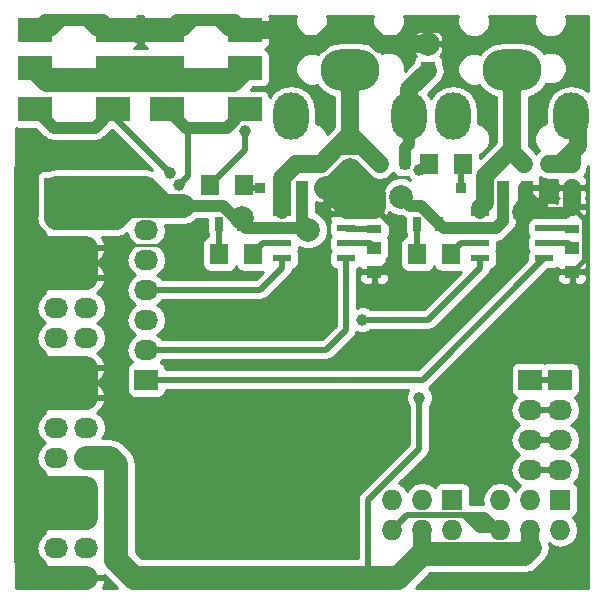
<source format=gtl>
G04 #@! TF.FileFunction,Copper,L1,Top,Signal*
%FSLAX46Y46*%
G04 Gerber Fmt 4.6, Leading zero omitted, Abs format (unit mm)*
G04 Created by KiCad (PCBNEW 4.0.2-4+6225~38~ubuntu14.04.1-stable) date Fri 18 Mar 2016 19:53:20 GMT*
%MOMM*%
G01*
G04 APERTURE LIST*
%ADD10C,0.100000*%
%ADD11R,1.597660X1.800860*%
%ADD12R,1.727200X1.727200*%
%ADD13O,1.727200X1.727200*%
%ADD14O,3.000000X4.000000*%
%ADD15O,5.000000X3.500000*%
%ADD16R,2.850000X2.000000*%
%ADD17R,1.550000X0.600000*%
%ADD18R,1.250000X1.000000*%
%ADD19R,1.000000X1.250000*%
%ADD20R,1.300000X0.700000*%
%ADD21R,0.700000X1.300000*%
%ADD22R,2.032000X1.727200*%
%ADD23O,2.032000X1.727200*%
%ADD24R,0.900000X0.900000*%
%ADD25C,1.000000*%
%ADD26C,2.000000*%
%ADD27C,1.500000*%
%ADD28C,0.508000*%
%ADD29C,2.000000*%
%ADD30C,1.500000*%
%ADD31C,0.254000*%
%ADD32C,0.381000*%
%ADD33C,1.016000*%
G04 APERTURE END LIST*
D10*
D11*
X135740140Y-113284000D03*
X138579860Y-113284000D03*
X117198140Y-115062000D03*
X120037860Y-115062000D03*
X117960140Y-120904000D03*
X120799860Y-120904000D03*
X134724140Y-120904000D03*
X137563860Y-120904000D03*
D12*
X137668000Y-141732000D03*
D13*
X137668000Y-144272000D03*
X135128000Y-141732000D03*
X135128000Y-144272000D03*
X132588000Y-141732000D03*
X132588000Y-144272000D03*
D12*
X146812000Y-141732000D03*
D13*
X146812000Y-144272000D03*
X144272000Y-141732000D03*
X144272000Y-144272000D03*
X141732000Y-141732000D03*
X141732000Y-144272000D03*
D14*
X147748000Y-109276000D03*
X137748000Y-109276000D03*
D15*
X142748000Y-105376000D03*
D14*
X134032000Y-109276000D03*
X124032000Y-109276000D03*
D15*
X129032000Y-105376000D03*
D16*
X120165000Y-101956000D03*
X120165000Y-105156000D03*
X120165000Y-108656000D03*
X113515000Y-101956000D03*
X113515000Y-105156000D03*
X113515000Y-108656000D03*
X108989000Y-101956000D03*
X108989000Y-105156000D03*
X108989000Y-108656000D03*
X102339000Y-101956000D03*
X102339000Y-105156000D03*
X102339000Y-108656000D03*
D17*
X145448000Y-121285000D03*
X145448000Y-120015000D03*
X145448000Y-118745000D03*
X145448000Y-117475000D03*
X140048000Y-117475000D03*
X140048000Y-118745000D03*
X140048000Y-120015000D03*
X140048000Y-121285000D03*
X128684000Y-121285000D03*
X128684000Y-120015000D03*
X128684000Y-118745000D03*
X128684000Y-117475000D03*
X123284000Y-117475000D03*
X123284000Y-118745000D03*
X123284000Y-120015000D03*
X123284000Y-121285000D03*
D18*
X147828000Y-122412000D03*
X147828000Y-120412000D03*
X131064000Y-122412000D03*
X131064000Y-120412000D03*
D19*
X144002000Y-115316000D03*
X142002000Y-115316000D03*
X126984000Y-115316000D03*
X124984000Y-115316000D03*
D18*
X147828000Y-115300000D03*
X147828000Y-113300000D03*
X135636000Y-103140000D03*
X135636000Y-105140000D03*
D20*
X147828000Y-116906000D03*
X147828000Y-118806000D03*
X131064000Y-116906000D03*
X131064000Y-118806000D03*
D21*
X134686000Y-118364000D03*
X136586000Y-118364000D03*
X117922000Y-118364000D03*
X119822000Y-118364000D03*
D22*
X104140000Y-115316000D03*
D23*
X104140000Y-117856000D03*
X104140000Y-120396000D03*
X104140000Y-122936000D03*
X104140000Y-125476000D03*
X104140000Y-128016000D03*
X104140000Y-130556000D03*
X104140000Y-133096000D03*
X104140000Y-135636000D03*
X104140000Y-138176000D03*
X104140000Y-140716000D03*
X104140000Y-143256000D03*
X104140000Y-145796000D03*
X104140000Y-148336000D03*
D22*
X106680000Y-115316000D03*
D23*
X106680000Y-117856000D03*
X106680000Y-120396000D03*
X106680000Y-122936000D03*
X106680000Y-125476000D03*
X106680000Y-128016000D03*
X106680000Y-130556000D03*
X106680000Y-133096000D03*
X106680000Y-135636000D03*
X106680000Y-138176000D03*
X106680000Y-140716000D03*
X106680000Y-143256000D03*
X106680000Y-145796000D03*
X106680000Y-148336000D03*
D22*
X111760000Y-131572000D03*
D23*
X111760000Y-129032000D03*
X111760000Y-126492000D03*
X111760000Y-123952000D03*
X111760000Y-121412000D03*
X111760000Y-118872000D03*
D22*
X144272000Y-131572000D03*
D23*
X144272000Y-134112000D03*
X144272000Y-136652000D03*
X144272000Y-139192000D03*
D22*
X146812000Y-131572000D03*
D23*
X146812000Y-134112000D03*
X146812000Y-136652000D03*
X146812000Y-139192000D03*
D24*
X133643000Y-113284000D03*
X131533000Y-113284000D03*
X145835000Y-113284000D03*
X143725000Y-113284000D03*
X140501000Y-115316000D03*
X138391000Y-115316000D03*
X123483000Y-115316000D03*
X121373000Y-115316000D03*
D25*
X134874000Y-133096000D03*
X120142000Y-105156000D03*
D26*
X105664000Y-106172000D03*
X102339000Y-105156000D03*
X111252000Y-102108000D03*
D25*
X131064000Y-122412000D03*
D26*
X135636000Y-103140000D03*
X143764000Y-117348000D03*
X109220000Y-112776000D03*
X129032000Y-113792000D03*
X119888000Y-117856000D03*
X133350000Y-116078000D03*
X125476000Y-118872000D03*
D25*
X113792000Y-114046000D03*
X114554000Y-115062000D03*
D27*
X146796000Y-113300000D03*
D25*
X130048000Y-126492000D03*
X134874000Y-113792000D03*
X120142000Y-110490000D03*
D28*
X130556000Y-148336000D02*
X130556000Y-141732000D01*
X134874000Y-137414000D02*
X134874000Y-133096000D01*
X130556000Y-141732000D02*
X134874000Y-137414000D01*
X120142000Y-105156000D02*
X120165000Y-105156000D01*
D29*
X107973000Y-106172000D02*
X105664000Y-106172000D01*
X105664000Y-106172000D02*
X103355000Y-106172000D01*
X103355000Y-106172000D02*
X102339000Y-105156000D01*
X114531000Y-106172000D02*
X107973000Y-106172000D01*
X108989000Y-105156000D02*
X107973000Y-106172000D01*
X113515000Y-105156000D02*
X108989000Y-105156000D01*
X120165000Y-105156000D02*
X119149000Y-106172000D01*
X114531000Y-106172000D02*
X113515000Y-105156000D01*
X119149000Y-106172000D02*
X114531000Y-106172000D01*
X135128000Y-146304000D02*
X143764000Y-146304000D01*
D30*
X144272000Y-145796000D02*
X144272000Y-144272000D01*
D29*
X143764000Y-146304000D02*
X144272000Y-145796000D01*
X106680000Y-138176000D02*
X108712000Y-138176000D01*
X108712000Y-138176000D02*
X109220000Y-138684000D01*
X109220000Y-138684000D02*
X109220000Y-146812000D01*
X109220000Y-146812000D02*
X110744000Y-148336000D01*
X110744000Y-148336000D02*
X130556000Y-148336000D01*
X130556000Y-148336000D02*
X133096000Y-148336000D01*
X133096000Y-148336000D02*
X135128000Y-146304000D01*
D30*
X135128000Y-146304000D02*
X135128000Y-144272000D01*
D31*
X106680000Y-120396000D02*
X109220000Y-120396000D01*
X109474000Y-120142000D02*
X114554000Y-120142000D01*
X109220000Y-120396000D02*
X109474000Y-120142000D01*
D28*
X131588000Y-122412000D02*
X131064000Y-122412000D01*
D32*
X147828000Y-122412000D02*
X148844000Y-121396000D01*
X148844000Y-121396000D02*
X148844000Y-117922000D01*
X148844000Y-117922000D02*
X147828000Y-116906000D01*
D30*
X135620000Y-103124000D02*
X135636000Y-103140000D01*
D33*
X143748000Y-115316000D02*
X143748000Y-117332000D01*
X143748000Y-117332000D02*
X143764000Y-117348000D01*
X143748000Y-117332000D02*
X143764000Y-117348000D01*
X143764000Y-117348000D02*
X143764000Y-115332000D01*
X143764000Y-115332000D02*
X143748000Y-115316000D01*
X143764000Y-115332000D02*
X143748000Y-115316000D01*
X143891000Y-117475000D02*
X145448000Y-117475000D01*
X143764000Y-117348000D02*
X143891000Y-117475000D01*
D30*
X120165000Y-101956000D02*
X123292000Y-101956000D01*
X131572000Y-103124000D02*
X135620000Y-103124000D01*
X130556000Y-102108000D02*
X131572000Y-103124000D01*
X127508000Y-102108000D02*
X130556000Y-102108000D01*
X126492000Y-103124000D02*
X127508000Y-102108000D01*
X124460000Y-103124000D02*
X126492000Y-103124000D01*
X123292000Y-101956000D02*
X124460000Y-103124000D01*
D28*
X131588000Y-122412000D02*
X133096000Y-120904000D01*
X133096000Y-120904000D02*
X133096000Y-118938000D01*
X133096000Y-118938000D02*
X131064000Y-116906000D01*
D29*
X104140000Y-143256000D02*
X103632000Y-143256000D01*
X103632000Y-143256000D02*
X101600000Y-141224000D01*
X101600000Y-139192000D02*
X101600000Y-141224000D01*
X101600000Y-141224000D02*
X101600000Y-144780000D01*
X101600000Y-121412000D02*
X102616000Y-121412000D01*
X102616000Y-121412000D02*
X104140000Y-122936000D01*
X101600000Y-118872000D02*
X101600000Y-121412000D01*
X101600000Y-121412000D02*
X101600000Y-124460000D01*
X104140000Y-120396000D02*
X103124000Y-120396000D01*
X101600000Y-118872000D02*
X101600000Y-113792000D01*
X101600000Y-113792000D02*
X102616000Y-112776000D01*
X102616000Y-112776000D02*
X109220000Y-112776000D01*
X103124000Y-120396000D02*
X101600000Y-118872000D01*
X104140000Y-140716000D02*
X106680000Y-143256000D01*
X104140000Y-140716000D02*
X104140000Y-143256000D01*
X104140000Y-130556000D02*
X106680000Y-133096000D01*
X104140000Y-130556000D02*
X104140000Y-133096000D01*
X104140000Y-120396000D02*
X106680000Y-122936000D01*
X104140000Y-120396000D02*
X104140000Y-122936000D01*
X106680000Y-120396000D02*
X104140000Y-120396000D01*
X106680000Y-122936000D02*
X106680000Y-120396000D01*
X104140000Y-122936000D02*
X106680000Y-122936000D01*
X104140000Y-130556000D02*
X103124000Y-130556000D01*
X103124000Y-130556000D02*
X101600000Y-129032000D01*
X101600000Y-124460000D02*
X103124000Y-122936000D01*
X103124000Y-122936000D02*
X104140000Y-122936000D01*
X106680000Y-130556000D02*
X104140000Y-130556000D01*
X106680000Y-133096000D02*
X106680000Y-130556000D01*
X104140000Y-133096000D02*
X106680000Y-133096000D01*
X104140000Y-140716000D02*
X103124000Y-140716000D01*
X101600000Y-139192000D02*
X101600000Y-134620000D01*
X103124000Y-140716000D02*
X101600000Y-139192000D01*
X101600000Y-134620000D02*
X103124000Y-133096000D01*
X103124000Y-133096000D02*
X104140000Y-133096000D01*
X106680000Y-140716000D02*
X104140000Y-140716000D01*
X106680000Y-143256000D02*
X106680000Y-140716000D01*
X104140000Y-143256000D02*
X106680000Y-143256000D01*
X104140000Y-148336000D02*
X103124000Y-148336000D01*
X101600000Y-146812000D02*
X101600000Y-144780000D01*
X103124000Y-148336000D02*
X101600000Y-146812000D01*
X101600000Y-144780000D02*
X103124000Y-143256000D01*
X103124000Y-143256000D02*
X104140000Y-143256000D01*
X106680000Y-148336000D02*
X104140000Y-148336000D01*
D33*
X120165000Y-101956000D02*
X118720000Y-101956000D01*
X118720000Y-101956000D02*
X117856000Y-101092000D01*
X113515000Y-101956000D02*
X114960000Y-101956000D01*
X114960000Y-101956000D02*
X115824000Y-101092000D01*
D29*
X111252000Y-102108000D02*
X111252000Y-101956000D01*
X111252000Y-101956000D02*
X111252000Y-102108000D01*
X111252000Y-102108000D02*
X111252000Y-101956000D01*
D33*
X102339000Y-101956000D02*
X103784000Y-101956000D01*
X103784000Y-101956000D02*
X104648000Y-101092000D01*
X108989000Y-101956000D02*
X107544000Y-101956000D01*
X107544000Y-101956000D02*
X106680000Y-101092000D01*
X113515000Y-101956000D02*
X114379000Y-101092000D01*
X114379000Y-101092000D02*
X115824000Y-101092000D01*
X115824000Y-101092000D02*
X117856000Y-101092000D01*
X117856000Y-101092000D02*
X119301000Y-101092000D01*
X119301000Y-101092000D02*
X120165000Y-101956000D01*
D29*
X108989000Y-101956000D02*
X111252000Y-101956000D01*
X111252000Y-101956000D02*
X113515000Y-101956000D01*
D33*
X102339000Y-101956000D02*
X103203000Y-101092000D01*
X103203000Y-101092000D02*
X104648000Y-101092000D01*
X104648000Y-101092000D02*
X106680000Y-101092000D01*
X106680000Y-101092000D02*
X108125000Y-101092000D01*
X108125000Y-101092000D02*
X108989000Y-101956000D01*
D29*
X131064000Y-116906000D02*
X129606000Y-116906000D01*
X131064000Y-116906000D02*
X131064000Y-115824000D01*
X127762000Y-115316000D02*
X126984000Y-115316000D01*
D33*
X126984000Y-115775000D02*
X128684000Y-117475000D01*
X126984000Y-115316000D02*
X126984000Y-115775000D01*
X143748000Y-115775000D02*
X143748000Y-115316000D01*
X145448000Y-117475000D02*
X143748000Y-115775000D01*
X147259000Y-117475000D02*
X145448000Y-117475000D01*
X147828000Y-116906000D02*
X147259000Y-117475000D01*
X130495000Y-117475000D02*
X128684000Y-117475000D01*
X131064000Y-116906000D02*
X130495000Y-117475000D01*
D30*
X147828000Y-116906000D02*
X147828000Y-115300000D01*
D29*
X127762000Y-115062000D02*
X127762000Y-115316000D01*
X129606000Y-116906000D02*
X127762000Y-115062000D01*
X131064000Y-115824000D02*
X129032000Y-113792000D01*
X127508000Y-115316000D02*
X127762000Y-115316000D01*
X129032000Y-113792000D02*
X127508000Y-115316000D01*
X101600000Y-130048000D02*
X101600000Y-130556000D01*
X101600000Y-130556000D02*
X104140000Y-133096000D01*
X101600000Y-129032000D02*
X101600000Y-130048000D01*
X101600000Y-130048000D02*
X101600000Y-134620000D01*
X101600000Y-129032000D02*
X101600000Y-124460000D01*
D33*
X142002000Y-115316000D02*
X142002000Y-118094000D01*
X142002000Y-118094000D02*
X141351000Y-118745000D01*
X119888000Y-117856000D02*
X119822000Y-117922000D01*
X119822000Y-117922000D02*
X119822000Y-118364000D01*
X117094000Y-116840000D02*
X114874000Y-116840000D01*
D29*
X106680000Y-117856000D02*
X109220000Y-115316000D01*
X106680000Y-117856000D02*
X109220000Y-117856000D01*
X109220000Y-117856000D02*
X110236000Y-116840000D01*
X104140000Y-115316000D02*
X106680000Y-117856000D01*
X106680000Y-117856000D02*
X106680000Y-117856000D01*
X106680000Y-117856000D02*
X106680000Y-115316000D01*
X104140000Y-117856000D02*
X106680000Y-117856000D01*
X104140000Y-117856000D02*
X104140000Y-115316000D01*
X108712000Y-115316000D02*
X104140000Y-115316000D01*
D33*
X124587000Y-118745000D02*
X125349000Y-118745000D01*
X119822000Y-118364000D02*
X118298000Y-116840000D01*
X118298000Y-116840000D02*
X117094000Y-116840000D01*
X136586000Y-118364000D02*
X135062000Y-116840000D01*
X135062000Y-116840000D02*
X134112000Y-116840000D01*
X134112000Y-116840000D02*
X133350000Y-116078000D01*
D28*
X141732000Y-144272000D02*
X139954000Y-144272000D01*
X140716000Y-144018000D02*
X140716000Y-143764000D01*
X140716000Y-143764000D02*
X141224000Y-144272000D01*
X139700000Y-143002000D02*
X140716000Y-144018000D01*
X139192000Y-143002000D02*
X140208000Y-144018000D01*
X140208000Y-144018000D02*
X140970000Y-144018000D01*
X140970000Y-144018000D02*
X141732000Y-144272000D01*
X139954000Y-144272000D02*
X138684000Y-143002000D01*
X138684000Y-143002000D02*
X139192000Y-143002000D01*
X139192000Y-143002000D02*
X138938000Y-143002000D01*
X140462000Y-143002000D02*
X140462000Y-143764000D01*
X140462000Y-143764000D02*
X139954000Y-144272000D01*
X141732000Y-144272000D02*
X140462000Y-143002000D01*
X133858000Y-143002000D02*
X132588000Y-144272000D01*
X138938000Y-143002000D02*
X133858000Y-143002000D01*
X140462000Y-143002000D02*
X139954000Y-143002000D01*
X139954000Y-143002000D02*
X138938000Y-143002000D01*
D33*
X124587000Y-118745000D02*
X124984000Y-118348000D01*
X123284000Y-118745000D02*
X124587000Y-118745000D01*
X136967000Y-118745000D02*
X136586000Y-118364000D01*
X140048000Y-118745000D02*
X136967000Y-118745000D01*
X141351000Y-118745000D02*
X140048000Y-118745000D01*
D29*
X108712000Y-115824000D02*
X108712000Y-115316000D01*
X109220000Y-115316000D02*
X108712000Y-115824000D01*
X110236000Y-116840000D02*
X113284000Y-116840000D01*
X114874000Y-116840000D02*
X113284000Y-116840000D01*
X111760000Y-115316000D02*
X108712000Y-115316000D01*
X113284000Y-116840000D02*
X111760000Y-115316000D01*
D33*
X125349000Y-118745000D02*
X125476000Y-118872000D01*
X124984000Y-118348000D02*
X124984000Y-118380000D01*
X125476000Y-118872000D02*
X124984000Y-118380000D01*
X124984000Y-118348000D02*
X124984000Y-115316000D01*
X120203000Y-118745000D02*
X119822000Y-118364000D01*
X123284000Y-118745000D02*
X120203000Y-118745000D01*
D28*
X108989000Y-109243000D02*
X113792000Y-114046000D01*
X108989000Y-109243000D02*
X108989000Y-108656000D01*
X108989000Y-108656000D02*
X109414000Y-108656000D01*
D33*
X102339000Y-108656000D02*
X103919000Y-110236000D01*
X107409000Y-110236000D02*
X108989000Y-108656000D01*
X103919000Y-110236000D02*
X107409000Y-110236000D01*
D28*
X115316000Y-114300000D02*
X115316000Y-110236000D01*
X114554000Y-115062000D02*
X115316000Y-114300000D01*
D33*
X118585000Y-110236000D02*
X115316000Y-110236000D01*
X115316000Y-110236000D02*
X115095000Y-110236000D01*
X113515000Y-108656000D02*
X115095000Y-110236000D01*
X120165000Y-108656000D02*
X118585000Y-110236000D01*
D28*
X145448000Y-121285000D02*
X135161000Y-131572000D01*
X135161000Y-131572000D02*
X111760000Y-131572000D01*
X128684000Y-127348000D02*
X127000000Y-129032000D01*
X127000000Y-129032000D02*
X111760000Y-129032000D01*
X128684000Y-121285000D02*
X128684000Y-127348000D01*
X147431000Y-120015000D02*
X147828000Y-120412000D01*
X145448000Y-120015000D02*
X147431000Y-120015000D01*
X130667000Y-120015000D02*
X131064000Y-120412000D01*
X128684000Y-120015000D02*
X130667000Y-120015000D01*
D30*
X148336000Y-109864000D02*
X147748000Y-109276000D01*
X147828000Y-112268000D02*
X148336000Y-111760000D01*
X148336000Y-111760000D02*
X148336000Y-109864000D01*
X147828000Y-113300000D02*
X147828000Y-112268000D01*
X146812000Y-113300000D02*
X147828000Y-113300000D01*
X146796000Y-113300000D02*
X146812000Y-113284000D01*
X146812000Y-113284000D02*
X146812000Y-113300000D01*
X147828000Y-112268000D02*
X146796000Y-113300000D01*
X145851000Y-113300000D02*
X146812000Y-113300000D01*
X145835000Y-113284000D02*
X145851000Y-113300000D01*
D33*
X133643000Y-113284000D02*
X133643000Y-111975000D01*
X134032000Y-111586000D02*
X134032000Y-109276000D01*
X133643000Y-111975000D02*
X134032000Y-111586000D01*
D30*
X134032000Y-106994000D02*
X135636000Y-105390000D01*
X134032000Y-109276000D02*
X134032000Y-106994000D01*
D28*
X134686000Y-120865860D02*
X134724140Y-120904000D01*
X134686000Y-118364000D02*
X134686000Y-120865860D01*
X140501000Y-115316000D02*
X140501000Y-117022000D01*
X140501000Y-117022000D02*
X140048000Y-117475000D01*
D30*
X140048000Y-117000000D02*
X140462000Y-116586000D01*
D33*
X140048000Y-117475000D02*
X140048000Y-117000000D01*
D30*
X142455000Y-112307000D02*
X142748000Y-112307000D01*
X140462000Y-114300000D02*
X142455000Y-112307000D01*
X140462000Y-116586000D02*
X140462000Y-114300000D01*
X143725000Y-113284000D02*
X142748000Y-112307000D01*
X142748000Y-112307000D02*
X142748000Y-110744000D01*
X142748000Y-105376000D02*
X142748000Y-110744000D01*
D28*
X117922000Y-120865860D02*
X117960140Y-120904000D01*
X117960140Y-118402140D02*
X117922000Y-118364000D01*
X117922000Y-118364000D02*
X117922000Y-120865860D01*
D30*
X123284000Y-117000000D02*
X123284000Y-115316000D01*
D33*
X123284000Y-117000000D02*
X123284000Y-117475000D01*
D28*
X123737000Y-115316000D02*
X123284000Y-115316000D01*
D30*
X123284000Y-115316000D02*
X123284000Y-114460000D01*
X128035500Y-111779500D02*
X126531000Y-113284000D01*
X124460000Y-113284000D02*
X126531000Y-113284000D01*
X123284000Y-114460000D02*
X124460000Y-113284000D01*
X128035500Y-111779500D02*
X130028500Y-111779500D01*
X129540000Y-111760000D02*
X129540000Y-111291000D01*
X130009000Y-111760000D02*
X129540000Y-111760000D01*
X130028500Y-111779500D02*
X130009000Y-111760000D01*
X131533000Y-113284000D02*
X129540000Y-111291000D01*
X129540000Y-111291000D02*
X129032000Y-110783000D01*
X128035500Y-111779500D02*
X129032000Y-110783000D01*
X129032000Y-110783000D02*
X129032000Y-105376000D01*
D28*
X135649000Y-126492000D02*
X130048000Y-126492000D01*
X140048000Y-121285000D02*
X140048000Y-122093000D01*
X140048000Y-122093000D02*
X135649000Y-126492000D01*
X111760000Y-123952000D02*
X121425000Y-123952000D01*
X121425000Y-123952000D02*
X123284000Y-122093000D01*
X123284000Y-122093000D02*
X123284000Y-121285000D01*
X144272000Y-131572000D02*
X146812000Y-131572000D01*
D32*
X144018000Y-131826000D02*
X144272000Y-131572000D01*
D28*
X146812000Y-134112000D02*
X144272000Y-134112000D01*
X146812000Y-136652000D02*
X144272000Y-136652000D01*
X146812000Y-139192000D02*
X144272000Y-139192000D01*
X147767000Y-118745000D02*
X147828000Y-118806000D01*
X145448000Y-118745000D02*
X147767000Y-118745000D01*
X128745000Y-118806000D02*
X131064000Y-118806000D01*
X128684000Y-118745000D02*
X128745000Y-118806000D01*
X140048000Y-120015000D02*
X138452860Y-120015000D01*
X138452860Y-120015000D02*
X137563860Y-120904000D01*
X121688860Y-120015000D02*
X123284000Y-120015000D01*
X121434860Y-120269000D02*
X120799860Y-120904000D01*
X120799860Y-120904000D02*
X121688860Y-120015000D01*
X135740140Y-113284000D02*
X135382000Y-113284000D01*
X135382000Y-113284000D02*
X134874000Y-113792000D01*
X138391000Y-115316000D02*
X138391000Y-113472860D01*
X138391000Y-113472860D02*
X138579860Y-113284000D01*
X120142000Y-110490000D02*
X120142000Y-112118140D01*
X120142000Y-112118140D02*
X117198140Y-115062000D01*
X121373000Y-115316000D02*
X120291860Y-115316000D01*
X120291860Y-115316000D02*
X120037860Y-115062000D01*
D31*
G36*
X100914000Y-110303440D02*
X102369994Y-110303440D01*
X103110777Y-111044223D01*
X103481593Y-111291994D01*
X103919000Y-111379000D01*
X107409000Y-111379000D01*
X107846407Y-111291994D01*
X108217223Y-111044223D01*
X108875105Y-110386341D01*
X112271509Y-113782745D01*
X111760000Y-113680999D01*
X111759995Y-113681000D01*
X104140005Y-113681000D01*
X104140000Y-113680999D01*
X103516811Y-113804960D01*
X103124000Y-113804960D01*
X102888683Y-113849238D01*
X102672559Y-113988310D01*
X102527569Y-114200510D01*
X102476560Y-114452400D01*
X102476560Y-116179600D01*
X102505000Y-116330745D01*
X102505000Y-117612953D01*
X102456655Y-117856000D01*
X102570729Y-118429489D01*
X102895585Y-118915670D01*
X102938670Y-118944459D01*
X102983880Y-119012120D01*
X103181086Y-119143889D01*
X102789268Y-119493964D01*
X102535291Y-120021209D01*
X102532642Y-120036974D01*
X102653783Y-120269000D01*
X104013000Y-120269000D01*
X104013000Y-120249000D01*
X104267000Y-120249000D01*
X104267000Y-120269000D01*
X106553000Y-120269000D01*
X106553000Y-120249000D01*
X106807000Y-120249000D01*
X106807000Y-120269000D01*
X108166217Y-120269000D01*
X108287358Y-120036974D01*
X108284709Y-120021209D01*
X108030732Y-119493964D01*
X108027415Y-119491000D01*
X109219995Y-119491000D01*
X109220000Y-119491001D01*
X109845688Y-119366543D01*
X110136389Y-119172303D01*
X110190729Y-119445489D01*
X110515585Y-119931670D01*
X110830366Y-120142000D01*
X110515585Y-120352330D01*
X110190729Y-120838511D01*
X110076655Y-121412000D01*
X110190729Y-121985489D01*
X110515585Y-122471670D01*
X110830366Y-122682000D01*
X110515585Y-122892330D01*
X110190729Y-123378511D01*
X110076655Y-123952000D01*
X110190729Y-124525489D01*
X110515585Y-125011670D01*
X110830366Y-125222000D01*
X110515585Y-125432330D01*
X110190729Y-125918511D01*
X110076655Y-126492000D01*
X110190729Y-127065489D01*
X110515585Y-127551670D01*
X110830366Y-127762000D01*
X110515585Y-127972330D01*
X110190729Y-128458511D01*
X110076655Y-129032000D01*
X110190729Y-129605489D01*
X110515585Y-130091670D01*
X110529913Y-130101243D01*
X110508683Y-130105238D01*
X110292559Y-130244310D01*
X110147569Y-130456510D01*
X110096560Y-130708400D01*
X110096560Y-132435600D01*
X110140838Y-132670917D01*
X110279910Y-132887041D01*
X110492110Y-133032031D01*
X110744000Y-133083040D01*
X112776000Y-133083040D01*
X113011317Y-133038762D01*
X113227441Y-132899690D01*
X113372431Y-132687490D01*
X113418296Y-132461000D01*
X133908715Y-132461000D01*
X133739197Y-132869244D01*
X133738803Y-133320775D01*
X133911233Y-133738086D01*
X133985000Y-133811982D01*
X133985000Y-137045764D01*
X129927382Y-141103382D01*
X129734671Y-141391794D01*
X129667000Y-141732000D01*
X129667000Y-146701000D01*
X111421239Y-146701000D01*
X110855000Y-146134760D01*
X110855000Y-138684000D01*
X110730543Y-138058313D01*
X110376120Y-137527880D01*
X110376117Y-137527878D01*
X109868120Y-137019880D01*
X109337688Y-136665457D01*
X108712000Y-136540999D01*
X108711995Y-136541000D01*
X108027762Y-136541000D01*
X108249271Y-136209489D01*
X108363345Y-135636000D01*
X108249271Y-135062511D01*
X107924415Y-134576330D01*
X107614931Y-134369539D01*
X108030732Y-133998036D01*
X108284709Y-133470791D01*
X108287358Y-133455026D01*
X108166217Y-133223000D01*
X106807000Y-133223000D01*
X106807000Y-133243000D01*
X106553000Y-133243000D01*
X106553000Y-133223000D01*
X104267000Y-133223000D01*
X104267000Y-133243000D01*
X104013000Y-133243000D01*
X104013000Y-133223000D01*
X102653783Y-133223000D01*
X102532642Y-133455026D01*
X102535291Y-133470791D01*
X102789268Y-133998036D01*
X103205069Y-134369539D01*
X102895585Y-134576330D01*
X102570729Y-135062511D01*
X102456655Y-135636000D01*
X102570729Y-136209489D01*
X102895585Y-136695670D01*
X103210366Y-136906000D01*
X102895585Y-137116330D01*
X102570729Y-137602511D01*
X102456655Y-138176000D01*
X102570729Y-138749489D01*
X102895585Y-139235670D01*
X103205069Y-139442461D01*
X102789268Y-139813964D01*
X102535291Y-140341209D01*
X102532642Y-140356974D01*
X102653783Y-140589000D01*
X104013000Y-140589000D01*
X104013000Y-140569000D01*
X104267000Y-140569000D01*
X104267000Y-140589000D01*
X106553000Y-140589000D01*
X106553000Y-140569000D01*
X106807000Y-140569000D01*
X106807000Y-140589000D01*
X106827000Y-140589000D01*
X106827000Y-140843000D01*
X106807000Y-140843000D01*
X106807000Y-143129000D01*
X106827000Y-143129000D01*
X106827000Y-143383000D01*
X106807000Y-143383000D01*
X106807000Y-143403000D01*
X106553000Y-143403000D01*
X106553000Y-143383000D01*
X104267000Y-143383000D01*
X104267000Y-143403000D01*
X104013000Y-143403000D01*
X104013000Y-143383000D01*
X102653783Y-143383000D01*
X102532642Y-143615026D01*
X102535291Y-143630791D01*
X102789268Y-144158036D01*
X103205069Y-144529539D01*
X102895585Y-144736330D01*
X102570729Y-145222511D01*
X102456655Y-145796000D01*
X102570729Y-146369489D01*
X102895585Y-146855670D01*
X103205069Y-147062461D01*
X102789268Y-147433964D01*
X102535291Y-147961209D01*
X102532642Y-147976974D01*
X102653783Y-148209000D01*
X104013000Y-148209000D01*
X104013000Y-148189000D01*
X104267000Y-148189000D01*
X104267000Y-148209000D01*
X106553000Y-148209000D01*
X106553000Y-148189000D01*
X106807000Y-148189000D01*
X106807000Y-148209000D01*
X108166217Y-148209000D01*
X108213739Y-148117979D01*
X109270761Y-149175000D01*
X108061097Y-149175000D01*
X108284709Y-148710791D01*
X108287358Y-148695026D01*
X108166217Y-148463000D01*
X106807000Y-148463000D01*
X106807000Y-148483000D01*
X106553000Y-148483000D01*
X106553000Y-148463000D01*
X104267000Y-148463000D01*
X104267000Y-148483000D01*
X104013000Y-148483000D01*
X104013000Y-148463000D01*
X102653783Y-148463000D01*
X102532642Y-148695026D01*
X102535291Y-148710791D01*
X102758903Y-149175000D01*
X100761000Y-149175000D01*
X100761000Y-141075026D01*
X102532642Y-141075026D01*
X102535291Y-141090791D01*
X102789268Y-141618036D01*
X103201108Y-141986000D01*
X102789268Y-142353964D01*
X102535291Y-142881209D01*
X102532642Y-142896974D01*
X102653783Y-143129000D01*
X104013000Y-143129000D01*
X104013000Y-140843000D01*
X104267000Y-140843000D01*
X104267000Y-143129000D01*
X106553000Y-143129000D01*
X106553000Y-140843000D01*
X104267000Y-140843000D01*
X104013000Y-140843000D01*
X102653783Y-140843000D01*
X102532642Y-141075026D01*
X100761000Y-141075026D01*
X100761000Y-130915026D01*
X102532642Y-130915026D01*
X102535291Y-130930791D01*
X102789268Y-131458036D01*
X103201108Y-131826000D01*
X102789268Y-132193964D01*
X102535291Y-132721209D01*
X102532642Y-132736974D01*
X102653783Y-132969000D01*
X104013000Y-132969000D01*
X104013000Y-130683000D01*
X104267000Y-130683000D01*
X104267000Y-132969000D01*
X106553000Y-132969000D01*
X106553000Y-130683000D01*
X106807000Y-130683000D01*
X106807000Y-132969000D01*
X108166217Y-132969000D01*
X108287358Y-132736974D01*
X108284709Y-132721209D01*
X108030732Y-132193964D01*
X107618892Y-131826000D01*
X108030732Y-131458036D01*
X108284709Y-130930791D01*
X108287358Y-130915026D01*
X108166217Y-130683000D01*
X106807000Y-130683000D01*
X106553000Y-130683000D01*
X104267000Y-130683000D01*
X104013000Y-130683000D01*
X102653783Y-130683000D01*
X102532642Y-130915026D01*
X100761000Y-130915026D01*
X100761000Y-125476000D01*
X102456655Y-125476000D01*
X102570729Y-126049489D01*
X102895585Y-126535670D01*
X103210366Y-126746000D01*
X102895585Y-126956330D01*
X102570729Y-127442511D01*
X102456655Y-128016000D01*
X102570729Y-128589489D01*
X102895585Y-129075670D01*
X103205069Y-129282461D01*
X102789268Y-129653964D01*
X102535291Y-130181209D01*
X102532642Y-130196974D01*
X102653783Y-130429000D01*
X104013000Y-130429000D01*
X104013000Y-130409000D01*
X104267000Y-130409000D01*
X104267000Y-130429000D01*
X106553000Y-130429000D01*
X106553000Y-130409000D01*
X106807000Y-130409000D01*
X106807000Y-130429000D01*
X108166217Y-130429000D01*
X108287358Y-130196974D01*
X108284709Y-130181209D01*
X108030732Y-129653964D01*
X107614931Y-129282461D01*
X107924415Y-129075670D01*
X108249271Y-128589489D01*
X108363345Y-128016000D01*
X108249271Y-127442511D01*
X107924415Y-126956330D01*
X107609634Y-126746000D01*
X107924415Y-126535670D01*
X108249271Y-126049489D01*
X108363345Y-125476000D01*
X108249271Y-124902511D01*
X107924415Y-124416330D01*
X107614931Y-124209539D01*
X108030732Y-123838036D01*
X108284709Y-123310791D01*
X108287358Y-123295026D01*
X108166217Y-123063000D01*
X106807000Y-123063000D01*
X106807000Y-123083000D01*
X106553000Y-123083000D01*
X106553000Y-123063000D01*
X104267000Y-123063000D01*
X104267000Y-123083000D01*
X104013000Y-123083000D01*
X104013000Y-123063000D01*
X102653783Y-123063000D01*
X102532642Y-123295026D01*
X102535291Y-123310791D01*
X102789268Y-123838036D01*
X103205069Y-124209539D01*
X102895585Y-124416330D01*
X102570729Y-124902511D01*
X102456655Y-125476000D01*
X100761000Y-125476000D01*
X100761000Y-120755026D01*
X102532642Y-120755026D01*
X102535291Y-120770791D01*
X102789268Y-121298036D01*
X103201108Y-121666000D01*
X102789268Y-122033964D01*
X102535291Y-122561209D01*
X102532642Y-122576974D01*
X102653783Y-122809000D01*
X104013000Y-122809000D01*
X104013000Y-120523000D01*
X104267000Y-120523000D01*
X104267000Y-122809000D01*
X106553000Y-122809000D01*
X106553000Y-120523000D01*
X106807000Y-120523000D01*
X106807000Y-122809000D01*
X108166217Y-122809000D01*
X108287358Y-122576974D01*
X108284709Y-122561209D01*
X108030732Y-122033964D01*
X107618892Y-121666000D01*
X108030732Y-121298036D01*
X108284709Y-120770791D01*
X108287358Y-120755026D01*
X108166217Y-120523000D01*
X106807000Y-120523000D01*
X106553000Y-120523000D01*
X104267000Y-120523000D01*
X104013000Y-120523000D01*
X102653783Y-120523000D01*
X102532642Y-120755026D01*
X100761000Y-120755026D01*
X100761000Y-110272457D01*
X100914000Y-110303440D01*
X100914000Y-110303440D01*
G37*
X100914000Y-110303440D02*
X102369994Y-110303440D01*
X103110777Y-111044223D01*
X103481593Y-111291994D01*
X103919000Y-111379000D01*
X107409000Y-111379000D01*
X107846407Y-111291994D01*
X108217223Y-111044223D01*
X108875105Y-110386341D01*
X112271509Y-113782745D01*
X111760000Y-113680999D01*
X111759995Y-113681000D01*
X104140005Y-113681000D01*
X104140000Y-113680999D01*
X103516811Y-113804960D01*
X103124000Y-113804960D01*
X102888683Y-113849238D01*
X102672559Y-113988310D01*
X102527569Y-114200510D01*
X102476560Y-114452400D01*
X102476560Y-116179600D01*
X102505000Y-116330745D01*
X102505000Y-117612953D01*
X102456655Y-117856000D01*
X102570729Y-118429489D01*
X102895585Y-118915670D01*
X102938670Y-118944459D01*
X102983880Y-119012120D01*
X103181086Y-119143889D01*
X102789268Y-119493964D01*
X102535291Y-120021209D01*
X102532642Y-120036974D01*
X102653783Y-120269000D01*
X104013000Y-120269000D01*
X104013000Y-120249000D01*
X104267000Y-120249000D01*
X104267000Y-120269000D01*
X106553000Y-120269000D01*
X106553000Y-120249000D01*
X106807000Y-120249000D01*
X106807000Y-120269000D01*
X108166217Y-120269000D01*
X108287358Y-120036974D01*
X108284709Y-120021209D01*
X108030732Y-119493964D01*
X108027415Y-119491000D01*
X109219995Y-119491000D01*
X109220000Y-119491001D01*
X109845688Y-119366543D01*
X110136389Y-119172303D01*
X110190729Y-119445489D01*
X110515585Y-119931670D01*
X110830366Y-120142000D01*
X110515585Y-120352330D01*
X110190729Y-120838511D01*
X110076655Y-121412000D01*
X110190729Y-121985489D01*
X110515585Y-122471670D01*
X110830366Y-122682000D01*
X110515585Y-122892330D01*
X110190729Y-123378511D01*
X110076655Y-123952000D01*
X110190729Y-124525489D01*
X110515585Y-125011670D01*
X110830366Y-125222000D01*
X110515585Y-125432330D01*
X110190729Y-125918511D01*
X110076655Y-126492000D01*
X110190729Y-127065489D01*
X110515585Y-127551670D01*
X110830366Y-127762000D01*
X110515585Y-127972330D01*
X110190729Y-128458511D01*
X110076655Y-129032000D01*
X110190729Y-129605489D01*
X110515585Y-130091670D01*
X110529913Y-130101243D01*
X110508683Y-130105238D01*
X110292559Y-130244310D01*
X110147569Y-130456510D01*
X110096560Y-130708400D01*
X110096560Y-132435600D01*
X110140838Y-132670917D01*
X110279910Y-132887041D01*
X110492110Y-133032031D01*
X110744000Y-133083040D01*
X112776000Y-133083040D01*
X113011317Y-133038762D01*
X113227441Y-132899690D01*
X113372431Y-132687490D01*
X113418296Y-132461000D01*
X133908715Y-132461000D01*
X133739197Y-132869244D01*
X133738803Y-133320775D01*
X133911233Y-133738086D01*
X133985000Y-133811982D01*
X133985000Y-137045764D01*
X129927382Y-141103382D01*
X129734671Y-141391794D01*
X129667000Y-141732000D01*
X129667000Y-146701000D01*
X111421239Y-146701000D01*
X110855000Y-146134760D01*
X110855000Y-138684000D01*
X110730543Y-138058313D01*
X110376120Y-137527880D01*
X110376117Y-137527878D01*
X109868120Y-137019880D01*
X109337688Y-136665457D01*
X108712000Y-136540999D01*
X108711995Y-136541000D01*
X108027762Y-136541000D01*
X108249271Y-136209489D01*
X108363345Y-135636000D01*
X108249271Y-135062511D01*
X107924415Y-134576330D01*
X107614931Y-134369539D01*
X108030732Y-133998036D01*
X108284709Y-133470791D01*
X108287358Y-133455026D01*
X108166217Y-133223000D01*
X106807000Y-133223000D01*
X106807000Y-133243000D01*
X106553000Y-133243000D01*
X106553000Y-133223000D01*
X104267000Y-133223000D01*
X104267000Y-133243000D01*
X104013000Y-133243000D01*
X104013000Y-133223000D01*
X102653783Y-133223000D01*
X102532642Y-133455026D01*
X102535291Y-133470791D01*
X102789268Y-133998036D01*
X103205069Y-134369539D01*
X102895585Y-134576330D01*
X102570729Y-135062511D01*
X102456655Y-135636000D01*
X102570729Y-136209489D01*
X102895585Y-136695670D01*
X103210366Y-136906000D01*
X102895585Y-137116330D01*
X102570729Y-137602511D01*
X102456655Y-138176000D01*
X102570729Y-138749489D01*
X102895585Y-139235670D01*
X103205069Y-139442461D01*
X102789268Y-139813964D01*
X102535291Y-140341209D01*
X102532642Y-140356974D01*
X102653783Y-140589000D01*
X104013000Y-140589000D01*
X104013000Y-140569000D01*
X104267000Y-140569000D01*
X104267000Y-140589000D01*
X106553000Y-140589000D01*
X106553000Y-140569000D01*
X106807000Y-140569000D01*
X106807000Y-140589000D01*
X106827000Y-140589000D01*
X106827000Y-140843000D01*
X106807000Y-140843000D01*
X106807000Y-143129000D01*
X106827000Y-143129000D01*
X106827000Y-143383000D01*
X106807000Y-143383000D01*
X106807000Y-143403000D01*
X106553000Y-143403000D01*
X106553000Y-143383000D01*
X104267000Y-143383000D01*
X104267000Y-143403000D01*
X104013000Y-143403000D01*
X104013000Y-143383000D01*
X102653783Y-143383000D01*
X102532642Y-143615026D01*
X102535291Y-143630791D01*
X102789268Y-144158036D01*
X103205069Y-144529539D01*
X102895585Y-144736330D01*
X102570729Y-145222511D01*
X102456655Y-145796000D01*
X102570729Y-146369489D01*
X102895585Y-146855670D01*
X103205069Y-147062461D01*
X102789268Y-147433964D01*
X102535291Y-147961209D01*
X102532642Y-147976974D01*
X102653783Y-148209000D01*
X104013000Y-148209000D01*
X104013000Y-148189000D01*
X104267000Y-148189000D01*
X104267000Y-148209000D01*
X106553000Y-148209000D01*
X106553000Y-148189000D01*
X106807000Y-148189000D01*
X106807000Y-148209000D01*
X108166217Y-148209000D01*
X108213739Y-148117979D01*
X109270761Y-149175000D01*
X108061097Y-149175000D01*
X108284709Y-148710791D01*
X108287358Y-148695026D01*
X108166217Y-148463000D01*
X106807000Y-148463000D01*
X106807000Y-148483000D01*
X106553000Y-148483000D01*
X106553000Y-148463000D01*
X104267000Y-148463000D01*
X104267000Y-148483000D01*
X104013000Y-148483000D01*
X104013000Y-148463000D01*
X102653783Y-148463000D01*
X102532642Y-148695026D01*
X102535291Y-148710791D01*
X102758903Y-149175000D01*
X100761000Y-149175000D01*
X100761000Y-141075026D01*
X102532642Y-141075026D01*
X102535291Y-141090791D01*
X102789268Y-141618036D01*
X103201108Y-141986000D01*
X102789268Y-142353964D01*
X102535291Y-142881209D01*
X102532642Y-142896974D01*
X102653783Y-143129000D01*
X104013000Y-143129000D01*
X104013000Y-140843000D01*
X104267000Y-140843000D01*
X104267000Y-143129000D01*
X106553000Y-143129000D01*
X106553000Y-140843000D01*
X104267000Y-140843000D01*
X104013000Y-140843000D01*
X102653783Y-140843000D01*
X102532642Y-141075026D01*
X100761000Y-141075026D01*
X100761000Y-130915026D01*
X102532642Y-130915026D01*
X102535291Y-130930791D01*
X102789268Y-131458036D01*
X103201108Y-131826000D01*
X102789268Y-132193964D01*
X102535291Y-132721209D01*
X102532642Y-132736974D01*
X102653783Y-132969000D01*
X104013000Y-132969000D01*
X104013000Y-130683000D01*
X104267000Y-130683000D01*
X104267000Y-132969000D01*
X106553000Y-132969000D01*
X106553000Y-130683000D01*
X106807000Y-130683000D01*
X106807000Y-132969000D01*
X108166217Y-132969000D01*
X108287358Y-132736974D01*
X108284709Y-132721209D01*
X108030732Y-132193964D01*
X107618892Y-131826000D01*
X108030732Y-131458036D01*
X108284709Y-130930791D01*
X108287358Y-130915026D01*
X108166217Y-130683000D01*
X106807000Y-130683000D01*
X106553000Y-130683000D01*
X104267000Y-130683000D01*
X104013000Y-130683000D01*
X102653783Y-130683000D01*
X102532642Y-130915026D01*
X100761000Y-130915026D01*
X100761000Y-125476000D01*
X102456655Y-125476000D01*
X102570729Y-126049489D01*
X102895585Y-126535670D01*
X103210366Y-126746000D01*
X102895585Y-126956330D01*
X102570729Y-127442511D01*
X102456655Y-128016000D01*
X102570729Y-128589489D01*
X102895585Y-129075670D01*
X103205069Y-129282461D01*
X102789268Y-129653964D01*
X102535291Y-130181209D01*
X102532642Y-130196974D01*
X102653783Y-130429000D01*
X104013000Y-130429000D01*
X104013000Y-130409000D01*
X104267000Y-130409000D01*
X104267000Y-130429000D01*
X106553000Y-130429000D01*
X106553000Y-130409000D01*
X106807000Y-130409000D01*
X106807000Y-130429000D01*
X108166217Y-130429000D01*
X108287358Y-130196974D01*
X108284709Y-130181209D01*
X108030732Y-129653964D01*
X107614931Y-129282461D01*
X107924415Y-129075670D01*
X108249271Y-128589489D01*
X108363345Y-128016000D01*
X108249271Y-127442511D01*
X107924415Y-126956330D01*
X107609634Y-126746000D01*
X107924415Y-126535670D01*
X108249271Y-126049489D01*
X108363345Y-125476000D01*
X108249271Y-124902511D01*
X107924415Y-124416330D01*
X107614931Y-124209539D01*
X108030732Y-123838036D01*
X108284709Y-123310791D01*
X108287358Y-123295026D01*
X108166217Y-123063000D01*
X106807000Y-123063000D01*
X106807000Y-123083000D01*
X106553000Y-123083000D01*
X106553000Y-123063000D01*
X104267000Y-123063000D01*
X104267000Y-123083000D01*
X104013000Y-123083000D01*
X104013000Y-123063000D01*
X102653783Y-123063000D01*
X102532642Y-123295026D01*
X102535291Y-123310791D01*
X102789268Y-123838036D01*
X103205069Y-124209539D01*
X102895585Y-124416330D01*
X102570729Y-124902511D01*
X102456655Y-125476000D01*
X100761000Y-125476000D01*
X100761000Y-120755026D01*
X102532642Y-120755026D01*
X102535291Y-120770791D01*
X102789268Y-121298036D01*
X103201108Y-121666000D01*
X102789268Y-122033964D01*
X102535291Y-122561209D01*
X102532642Y-122576974D01*
X102653783Y-122809000D01*
X104013000Y-122809000D01*
X104013000Y-120523000D01*
X104267000Y-120523000D01*
X104267000Y-122809000D01*
X106553000Y-122809000D01*
X106553000Y-120523000D01*
X106807000Y-120523000D01*
X106807000Y-122809000D01*
X108166217Y-122809000D01*
X108287358Y-122576974D01*
X108284709Y-122561209D01*
X108030732Y-122033964D01*
X107618892Y-121666000D01*
X108030732Y-121298036D01*
X108284709Y-120770791D01*
X108287358Y-120755026D01*
X108166217Y-120523000D01*
X106807000Y-120523000D01*
X106553000Y-120523000D01*
X104267000Y-120523000D01*
X104013000Y-120523000D01*
X102653783Y-120523000D01*
X102532642Y-120755026D01*
X100761000Y-120755026D01*
X100761000Y-110272457D01*
X100914000Y-110303440D01*
G36*
X149175000Y-149175000D02*
X134569240Y-149175000D01*
X135805240Y-147939000D01*
X143763995Y-147939000D01*
X143764000Y-147939001D01*
X144389688Y-147814543D01*
X144920120Y-147460120D01*
X145428119Y-146952120D01*
X145782542Y-146421688D01*
X145907000Y-145796000D01*
X145830924Y-145413544D01*
X146238511Y-145685885D01*
X146812000Y-145799959D01*
X147385489Y-145685885D01*
X147871670Y-145361029D01*
X148196526Y-144874848D01*
X148310600Y-144301359D01*
X148310600Y-144242641D01*
X148196526Y-143669152D01*
X147885426Y-143203558D01*
X147910917Y-143198762D01*
X148127041Y-143059690D01*
X148272031Y-142847490D01*
X148323040Y-142595600D01*
X148323040Y-140868400D01*
X148278762Y-140633083D01*
X148139690Y-140416959D01*
X147976212Y-140305260D01*
X148056415Y-140251670D01*
X148381271Y-139765489D01*
X148495345Y-139192000D01*
X148381271Y-138618511D01*
X148056415Y-138132330D01*
X147741634Y-137922000D01*
X148056415Y-137711670D01*
X148381271Y-137225489D01*
X148495345Y-136652000D01*
X148381271Y-136078511D01*
X148056415Y-135592330D01*
X147741634Y-135382000D01*
X148056415Y-135171670D01*
X148381271Y-134685489D01*
X148495345Y-134112000D01*
X148381271Y-133538511D01*
X148056415Y-133052330D01*
X148042087Y-133042757D01*
X148063317Y-133038762D01*
X148279441Y-132899690D01*
X148424431Y-132687490D01*
X148475440Y-132435600D01*
X148475440Y-130708400D01*
X148431162Y-130473083D01*
X148292090Y-130256959D01*
X148079890Y-130111969D01*
X147828000Y-130060960D01*
X145796000Y-130060960D01*
X145560683Y-130105238D01*
X145544901Y-130115393D01*
X145539890Y-130111969D01*
X145288000Y-130060960D01*
X143256000Y-130060960D01*
X143020683Y-130105238D01*
X142804559Y-130244310D01*
X142659569Y-130456510D01*
X142608560Y-130708400D01*
X142608560Y-132435600D01*
X142652838Y-132670917D01*
X142791910Y-132887041D01*
X143004110Y-133032031D01*
X143045439Y-133040400D01*
X143027585Y-133052330D01*
X142702729Y-133538511D01*
X142588655Y-134112000D01*
X142702729Y-134685489D01*
X143027585Y-135171670D01*
X143342366Y-135382000D01*
X143027585Y-135592330D01*
X142702729Y-136078511D01*
X142588655Y-136652000D01*
X142702729Y-137225489D01*
X143027585Y-137711670D01*
X143342366Y-137922000D01*
X143027585Y-138132330D01*
X142702729Y-138618511D01*
X142588655Y-139192000D01*
X142702729Y-139765489D01*
X143027585Y-140251670D01*
X143412769Y-140509042D01*
X143212330Y-140642971D01*
X143002000Y-140957752D01*
X142791670Y-140642971D01*
X142305489Y-140318115D01*
X141732000Y-140204041D01*
X141158511Y-140318115D01*
X140672330Y-140642971D01*
X140347474Y-141129152D01*
X140233400Y-141702641D01*
X140233400Y-141761359D01*
X140303346Y-142113000D01*
X139179040Y-142113000D01*
X139179040Y-140868400D01*
X139134762Y-140633083D01*
X138995690Y-140416959D01*
X138783490Y-140271969D01*
X138531600Y-140220960D01*
X136804400Y-140220960D01*
X136569083Y-140265238D01*
X136352959Y-140404310D01*
X136207969Y-140616510D01*
X136199136Y-140660131D01*
X136187670Y-140642971D01*
X135701489Y-140318115D01*
X135128000Y-140204041D01*
X134554511Y-140318115D01*
X134068330Y-140642971D01*
X133858000Y-140957752D01*
X133647670Y-140642971D01*
X133200832Y-140344404D01*
X135502618Y-138042618D01*
X135659736Y-137807474D01*
X135695329Y-137754206D01*
X135763000Y-137414000D01*
X135763000Y-133812283D01*
X135835645Y-133739765D01*
X136008803Y-133322756D01*
X136009197Y-132871225D01*
X135836767Y-132453914D01*
X135666220Y-132283070D01*
X135789618Y-132200618D01*
X145292486Y-122697750D01*
X146568000Y-122697750D01*
X146568000Y-123038309D01*
X146664673Y-123271698D01*
X146843301Y-123450327D01*
X147076690Y-123547000D01*
X147542250Y-123547000D01*
X147701000Y-123388250D01*
X147701000Y-122539000D01*
X147955000Y-122539000D01*
X147955000Y-123388250D01*
X148113750Y-123547000D01*
X148579310Y-123547000D01*
X148812699Y-123450327D01*
X148991327Y-123271698D01*
X149088000Y-123038309D01*
X149088000Y-122697750D01*
X148929250Y-122539000D01*
X147955000Y-122539000D01*
X147701000Y-122539000D01*
X146726750Y-122539000D01*
X146568000Y-122697750D01*
X145292486Y-122697750D01*
X145757796Y-122232440D01*
X146223000Y-122232440D01*
X146458317Y-122188162D01*
X146568000Y-122117583D01*
X146568000Y-122126250D01*
X146726750Y-122285000D01*
X147701000Y-122285000D01*
X147701000Y-122265000D01*
X147955000Y-122265000D01*
X147955000Y-122285000D01*
X148929250Y-122285000D01*
X149088000Y-122126250D01*
X149088000Y-121785691D01*
X148991327Y-121552302D01*
X148850090Y-121411064D01*
X148904441Y-121376090D01*
X149049431Y-121163890D01*
X149100440Y-120912000D01*
X149100440Y-119912000D01*
X149056162Y-119676683D01*
X148975947Y-119552026D01*
X149074431Y-119407890D01*
X149125440Y-119156000D01*
X149125440Y-118456000D01*
X149081162Y-118220683D01*
X148942090Y-118004559D01*
X148729890Y-117859569D01*
X148696510Y-117852809D01*
X148837699Y-117794327D01*
X149016327Y-117615698D01*
X149113000Y-117382309D01*
X149113000Y-117191750D01*
X148954250Y-117033000D01*
X147955000Y-117033000D01*
X147955000Y-117053000D01*
X147701000Y-117053000D01*
X147701000Y-117033000D01*
X147681000Y-117033000D01*
X147681000Y-116779000D01*
X147701000Y-116779000D01*
X147701000Y-115427000D01*
X147955000Y-115427000D01*
X147955000Y-116779000D01*
X148954250Y-116779000D01*
X149113000Y-116620250D01*
X149113000Y-116429691D01*
X149016327Y-116196302D01*
X148985525Y-116165500D01*
X148991327Y-116159698D01*
X149088000Y-115926309D01*
X149088000Y-115585750D01*
X148929250Y-115427000D01*
X147955000Y-115427000D01*
X147701000Y-115427000D01*
X146726750Y-115427000D01*
X146568000Y-115585750D01*
X146568000Y-115926309D01*
X146664673Y-116159698D01*
X146670475Y-116165500D01*
X146639673Y-116196302D01*
X146543000Y-116429691D01*
X146543000Y-116620230D01*
X146349309Y-116540000D01*
X145733750Y-116540000D01*
X145575000Y-116698750D01*
X145575000Y-117348000D01*
X145595000Y-117348000D01*
X145595000Y-117602000D01*
X145575000Y-117602000D01*
X145575000Y-117622000D01*
X145321000Y-117622000D01*
X145321000Y-117602000D01*
X144196750Y-117602000D01*
X144038000Y-117760750D01*
X144038000Y-117901310D01*
X144127806Y-118118122D01*
X144076569Y-118193110D01*
X144025560Y-118445000D01*
X144025560Y-119045000D01*
X144069838Y-119280317D01*
X144133678Y-119379528D01*
X144076569Y-119463110D01*
X144025560Y-119715000D01*
X144025560Y-120315000D01*
X144069838Y-120550317D01*
X144133678Y-120649528D01*
X144076569Y-120733110D01*
X144025560Y-120985000D01*
X144025560Y-121450204D01*
X134792764Y-130683000D01*
X113418661Y-130683000D01*
X113379162Y-130473083D01*
X113240090Y-130256959D01*
X113027890Y-130111969D01*
X112986561Y-130103600D01*
X113004415Y-130091670D01*
X113118453Y-129921000D01*
X127000000Y-129921000D01*
X127340206Y-129853329D01*
X127628618Y-129660618D01*
X129312618Y-127976618D01*
X129505330Y-127688205D01*
X129540714Y-127510316D01*
X129821244Y-127626803D01*
X130272775Y-127627197D01*
X130690086Y-127454767D01*
X130763982Y-127381000D01*
X135649000Y-127381000D01*
X135989206Y-127313329D01*
X136277618Y-127120618D01*
X140676618Y-122721618D01*
X140869329Y-122433206D01*
X140912618Y-122215577D01*
X141058317Y-122188162D01*
X141274441Y-122049090D01*
X141419431Y-121836890D01*
X141470440Y-121585000D01*
X141470440Y-120985000D01*
X141426162Y-120749683D01*
X141362322Y-120650472D01*
X141419431Y-120566890D01*
X141470440Y-120315000D01*
X141470440Y-119864242D01*
X141788407Y-119800994D01*
X142159223Y-119553223D01*
X142810223Y-118902223D01*
X143057994Y-118531407D01*
X143145000Y-118094000D01*
X143145000Y-117048690D01*
X144038000Y-117048690D01*
X144038000Y-117189250D01*
X144196750Y-117348000D01*
X145321000Y-117348000D01*
X145321000Y-116698750D01*
X145162250Y-116540000D01*
X144715221Y-116540000D01*
X144861698Y-116479327D01*
X145040327Y-116300699D01*
X145137000Y-116067310D01*
X145137000Y-115601750D01*
X144978250Y-115443000D01*
X144129000Y-115443000D01*
X144129000Y-116417250D01*
X144287750Y-116576000D01*
X144459779Y-116576000D01*
X144313302Y-116636673D01*
X144134673Y-116815301D01*
X144038000Y-117048690D01*
X143145000Y-117048690D01*
X143145000Y-116480445D01*
X143375691Y-116576000D01*
X143716250Y-116576000D01*
X143875000Y-116417250D01*
X143875000Y-115443000D01*
X143855000Y-115443000D01*
X143855000Y-115189000D01*
X143875000Y-115189000D01*
X143875000Y-115169000D01*
X144129000Y-115169000D01*
X144129000Y-115189000D01*
X144978250Y-115189000D01*
X145137000Y-115030250D01*
X145137000Y-114564690D01*
X145075117Y-114415290D01*
X145320983Y-114579573D01*
X145851000Y-114685000D01*
X146568000Y-114685000D01*
X146568000Y-115014250D01*
X146726750Y-115173000D01*
X147701000Y-115173000D01*
X147701000Y-115153000D01*
X147955000Y-115153000D01*
X147955000Y-115173000D01*
X148929250Y-115173000D01*
X149088000Y-115014250D01*
X149088000Y-114673691D01*
X148991327Y-114440302D01*
X148850090Y-114299064D01*
X148904441Y-114264090D01*
X149049431Y-114051890D01*
X149088616Y-113858388D01*
X149107573Y-113830017D01*
X149175000Y-113491039D01*
X149175000Y-149175000D01*
X149175000Y-149175000D01*
G37*
X149175000Y-149175000D02*
X134569240Y-149175000D01*
X135805240Y-147939000D01*
X143763995Y-147939000D01*
X143764000Y-147939001D01*
X144389688Y-147814543D01*
X144920120Y-147460120D01*
X145428119Y-146952120D01*
X145782542Y-146421688D01*
X145907000Y-145796000D01*
X145830924Y-145413544D01*
X146238511Y-145685885D01*
X146812000Y-145799959D01*
X147385489Y-145685885D01*
X147871670Y-145361029D01*
X148196526Y-144874848D01*
X148310600Y-144301359D01*
X148310600Y-144242641D01*
X148196526Y-143669152D01*
X147885426Y-143203558D01*
X147910917Y-143198762D01*
X148127041Y-143059690D01*
X148272031Y-142847490D01*
X148323040Y-142595600D01*
X148323040Y-140868400D01*
X148278762Y-140633083D01*
X148139690Y-140416959D01*
X147976212Y-140305260D01*
X148056415Y-140251670D01*
X148381271Y-139765489D01*
X148495345Y-139192000D01*
X148381271Y-138618511D01*
X148056415Y-138132330D01*
X147741634Y-137922000D01*
X148056415Y-137711670D01*
X148381271Y-137225489D01*
X148495345Y-136652000D01*
X148381271Y-136078511D01*
X148056415Y-135592330D01*
X147741634Y-135382000D01*
X148056415Y-135171670D01*
X148381271Y-134685489D01*
X148495345Y-134112000D01*
X148381271Y-133538511D01*
X148056415Y-133052330D01*
X148042087Y-133042757D01*
X148063317Y-133038762D01*
X148279441Y-132899690D01*
X148424431Y-132687490D01*
X148475440Y-132435600D01*
X148475440Y-130708400D01*
X148431162Y-130473083D01*
X148292090Y-130256959D01*
X148079890Y-130111969D01*
X147828000Y-130060960D01*
X145796000Y-130060960D01*
X145560683Y-130105238D01*
X145544901Y-130115393D01*
X145539890Y-130111969D01*
X145288000Y-130060960D01*
X143256000Y-130060960D01*
X143020683Y-130105238D01*
X142804559Y-130244310D01*
X142659569Y-130456510D01*
X142608560Y-130708400D01*
X142608560Y-132435600D01*
X142652838Y-132670917D01*
X142791910Y-132887041D01*
X143004110Y-133032031D01*
X143045439Y-133040400D01*
X143027585Y-133052330D01*
X142702729Y-133538511D01*
X142588655Y-134112000D01*
X142702729Y-134685489D01*
X143027585Y-135171670D01*
X143342366Y-135382000D01*
X143027585Y-135592330D01*
X142702729Y-136078511D01*
X142588655Y-136652000D01*
X142702729Y-137225489D01*
X143027585Y-137711670D01*
X143342366Y-137922000D01*
X143027585Y-138132330D01*
X142702729Y-138618511D01*
X142588655Y-139192000D01*
X142702729Y-139765489D01*
X143027585Y-140251670D01*
X143412769Y-140509042D01*
X143212330Y-140642971D01*
X143002000Y-140957752D01*
X142791670Y-140642971D01*
X142305489Y-140318115D01*
X141732000Y-140204041D01*
X141158511Y-140318115D01*
X140672330Y-140642971D01*
X140347474Y-141129152D01*
X140233400Y-141702641D01*
X140233400Y-141761359D01*
X140303346Y-142113000D01*
X139179040Y-142113000D01*
X139179040Y-140868400D01*
X139134762Y-140633083D01*
X138995690Y-140416959D01*
X138783490Y-140271969D01*
X138531600Y-140220960D01*
X136804400Y-140220960D01*
X136569083Y-140265238D01*
X136352959Y-140404310D01*
X136207969Y-140616510D01*
X136199136Y-140660131D01*
X136187670Y-140642971D01*
X135701489Y-140318115D01*
X135128000Y-140204041D01*
X134554511Y-140318115D01*
X134068330Y-140642971D01*
X133858000Y-140957752D01*
X133647670Y-140642971D01*
X133200832Y-140344404D01*
X135502618Y-138042618D01*
X135659736Y-137807474D01*
X135695329Y-137754206D01*
X135763000Y-137414000D01*
X135763000Y-133812283D01*
X135835645Y-133739765D01*
X136008803Y-133322756D01*
X136009197Y-132871225D01*
X135836767Y-132453914D01*
X135666220Y-132283070D01*
X135789618Y-132200618D01*
X145292486Y-122697750D01*
X146568000Y-122697750D01*
X146568000Y-123038309D01*
X146664673Y-123271698D01*
X146843301Y-123450327D01*
X147076690Y-123547000D01*
X147542250Y-123547000D01*
X147701000Y-123388250D01*
X147701000Y-122539000D01*
X147955000Y-122539000D01*
X147955000Y-123388250D01*
X148113750Y-123547000D01*
X148579310Y-123547000D01*
X148812699Y-123450327D01*
X148991327Y-123271698D01*
X149088000Y-123038309D01*
X149088000Y-122697750D01*
X148929250Y-122539000D01*
X147955000Y-122539000D01*
X147701000Y-122539000D01*
X146726750Y-122539000D01*
X146568000Y-122697750D01*
X145292486Y-122697750D01*
X145757796Y-122232440D01*
X146223000Y-122232440D01*
X146458317Y-122188162D01*
X146568000Y-122117583D01*
X146568000Y-122126250D01*
X146726750Y-122285000D01*
X147701000Y-122285000D01*
X147701000Y-122265000D01*
X147955000Y-122265000D01*
X147955000Y-122285000D01*
X148929250Y-122285000D01*
X149088000Y-122126250D01*
X149088000Y-121785691D01*
X148991327Y-121552302D01*
X148850090Y-121411064D01*
X148904441Y-121376090D01*
X149049431Y-121163890D01*
X149100440Y-120912000D01*
X149100440Y-119912000D01*
X149056162Y-119676683D01*
X148975947Y-119552026D01*
X149074431Y-119407890D01*
X149125440Y-119156000D01*
X149125440Y-118456000D01*
X149081162Y-118220683D01*
X148942090Y-118004559D01*
X148729890Y-117859569D01*
X148696510Y-117852809D01*
X148837699Y-117794327D01*
X149016327Y-117615698D01*
X149113000Y-117382309D01*
X149113000Y-117191750D01*
X148954250Y-117033000D01*
X147955000Y-117033000D01*
X147955000Y-117053000D01*
X147701000Y-117053000D01*
X147701000Y-117033000D01*
X147681000Y-117033000D01*
X147681000Y-116779000D01*
X147701000Y-116779000D01*
X147701000Y-115427000D01*
X147955000Y-115427000D01*
X147955000Y-116779000D01*
X148954250Y-116779000D01*
X149113000Y-116620250D01*
X149113000Y-116429691D01*
X149016327Y-116196302D01*
X148985525Y-116165500D01*
X148991327Y-116159698D01*
X149088000Y-115926309D01*
X149088000Y-115585750D01*
X148929250Y-115427000D01*
X147955000Y-115427000D01*
X147701000Y-115427000D01*
X146726750Y-115427000D01*
X146568000Y-115585750D01*
X146568000Y-115926309D01*
X146664673Y-116159698D01*
X146670475Y-116165500D01*
X146639673Y-116196302D01*
X146543000Y-116429691D01*
X146543000Y-116620230D01*
X146349309Y-116540000D01*
X145733750Y-116540000D01*
X145575000Y-116698750D01*
X145575000Y-117348000D01*
X145595000Y-117348000D01*
X145595000Y-117602000D01*
X145575000Y-117602000D01*
X145575000Y-117622000D01*
X145321000Y-117622000D01*
X145321000Y-117602000D01*
X144196750Y-117602000D01*
X144038000Y-117760750D01*
X144038000Y-117901310D01*
X144127806Y-118118122D01*
X144076569Y-118193110D01*
X144025560Y-118445000D01*
X144025560Y-119045000D01*
X144069838Y-119280317D01*
X144133678Y-119379528D01*
X144076569Y-119463110D01*
X144025560Y-119715000D01*
X144025560Y-120315000D01*
X144069838Y-120550317D01*
X144133678Y-120649528D01*
X144076569Y-120733110D01*
X144025560Y-120985000D01*
X144025560Y-121450204D01*
X134792764Y-130683000D01*
X113418661Y-130683000D01*
X113379162Y-130473083D01*
X113240090Y-130256959D01*
X113027890Y-130111969D01*
X112986561Y-130103600D01*
X113004415Y-130091670D01*
X113118453Y-129921000D01*
X127000000Y-129921000D01*
X127340206Y-129853329D01*
X127628618Y-129660618D01*
X129312618Y-127976618D01*
X129505330Y-127688205D01*
X129540714Y-127510316D01*
X129821244Y-127626803D01*
X130272775Y-127627197D01*
X130690086Y-127454767D01*
X130763982Y-127381000D01*
X135649000Y-127381000D01*
X135989206Y-127313329D01*
X136277618Y-127120618D01*
X140676618Y-122721618D01*
X140869329Y-122433206D01*
X140912618Y-122215577D01*
X141058317Y-122188162D01*
X141274441Y-122049090D01*
X141419431Y-121836890D01*
X141470440Y-121585000D01*
X141470440Y-120985000D01*
X141426162Y-120749683D01*
X141362322Y-120650472D01*
X141419431Y-120566890D01*
X141470440Y-120315000D01*
X141470440Y-119864242D01*
X141788407Y-119800994D01*
X142159223Y-119553223D01*
X142810223Y-118902223D01*
X143057994Y-118531407D01*
X143145000Y-118094000D01*
X143145000Y-117048690D01*
X144038000Y-117048690D01*
X144038000Y-117189250D01*
X144196750Y-117348000D01*
X145321000Y-117348000D01*
X145321000Y-116698750D01*
X145162250Y-116540000D01*
X144715221Y-116540000D01*
X144861698Y-116479327D01*
X145040327Y-116300699D01*
X145137000Y-116067310D01*
X145137000Y-115601750D01*
X144978250Y-115443000D01*
X144129000Y-115443000D01*
X144129000Y-116417250D01*
X144287750Y-116576000D01*
X144459779Y-116576000D01*
X144313302Y-116636673D01*
X144134673Y-116815301D01*
X144038000Y-117048690D01*
X143145000Y-117048690D01*
X143145000Y-116480445D01*
X143375691Y-116576000D01*
X143716250Y-116576000D01*
X143875000Y-116417250D01*
X143875000Y-115443000D01*
X143855000Y-115443000D01*
X143855000Y-115189000D01*
X143875000Y-115189000D01*
X143875000Y-115169000D01*
X144129000Y-115169000D01*
X144129000Y-115189000D01*
X144978250Y-115189000D01*
X145137000Y-115030250D01*
X145137000Y-114564690D01*
X145075117Y-114415290D01*
X145320983Y-114579573D01*
X145851000Y-114685000D01*
X146568000Y-114685000D01*
X146568000Y-115014250D01*
X146726750Y-115173000D01*
X147701000Y-115173000D01*
X147701000Y-115153000D01*
X147955000Y-115153000D01*
X147955000Y-115173000D01*
X148929250Y-115173000D01*
X149088000Y-115014250D01*
X149088000Y-114673691D01*
X148991327Y-114440302D01*
X148850090Y-114299064D01*
X148904441Y-114264090D01*
X149049431Y-114051890D01*
X149088616Y-113858388D01*
X149107573Y-113830017D01*
X149175000Y-113491039D01*
X149175000Y-149175000D01*
G36*
X130553657Y-114263343D02*
X131002984Y-114563574D01*
X131533000Y-114669000D01*
X132063016Y-114563574D01*
X132512343Y-114263343D01*
X132648202Y-114060017D01*
X132728910Y-114185441D01*
X132941110Y-114330431D01*
X133193000Y-114381440D01*
X133413955Y-114381440D01*
X133643000Y-114427000D01*
X133872045Y-114381440D01*
X133889480Y-114381440D01*
X133911233Y-114434086D01*
X134092996Y-114616166D01*
X133676648Y-114443284D01*
X133026205Y-114442716D01*
X132425057Y-114691106D01*
X131964722Y-115150637D01*
X131715284Y-115751352D01*
X131715136Y-115921000D01*
X131349750Y-115921000D01*
X131191000Y-116079750D01*
X131191000Y-116779000D01*
X131211000Y-116779000D01*
X131211000Y-117033000D01*
X131191000Y-117033000D01*
X131191000Y-117053000D01*
X130937000Y-117053000D01*
X130937000Y-117033000D01*
X130917000Y-117033000D01*
X130917000Y-116779000D01*
X130937000Y-116779000D01*
X130937000Y-116079750D01*
X130778250Y-115921000D01*
X130287690Y-115921000D01*
X130054301Y-116017673D01*
X129875673Y-116196302D01*
X129779000Y-116429691D01*
X129779000Y-116620230D01*
X129585309Y-116540000D01*
X128969750Y-116540000D01*
X128811000Y-116698750D01*
X128811000Y-117348000D01*
X128831000Y-117348000D01*
X128831000Y-117602000D01*
X128811000Y-117602000D01*
X128811000Y-117622000D01*
X128557000Y-117622000D01*
X128557000Y-117602000D01*
X127432750Y-117602000D01*
X127274000Y-117760750D01*
X127274000Y-117901310D01*
X127363806Y-118118122D01*
X127312569Y-118193110D01*
X127261560Y-118445000D01*
X127261560Y-119045000D01*
X127305838Y-119280317D01*
X127369678Y-119379528D01*
X127312569Y-119463110D01*
X127261560Y-119715000D01*
X127261560Y-120315000D01*
X127305838Y-120550317D01*
X127369678Y-120649528D01*
X127312569Y-120733110D01*
X127261560Y-120985000D01*
X127261560Y-121585000D01*
X127305838Y-121820317D01*
X127444910Y-122036441D01*
X127657110Y-122181431D01*
X127795000Y-122209354D01*
X127795000Y-126979764D01*
X126631764Y-128143000D01*
X113118453Y-128143000D01*
X113004415Y-127972330D01*
X112689634Y-127762000D01*
X113004415Y-127551670D01*
X113329271Y-127065489D01*
X113443345Y-126492000D01*
X113329271Y-125918511D01*
X113004415Y-125432330D01*
X112689634Y-125222000D01*
X113004415Y-125011670D01*
X113118453Y-124841000D01*
X121425000Y-124841000D01*
X121765206Y-124773329D01*
X122053618Y-124580618D01*
X123912618Y-122721618D01*
X124019800Y-122561209D01*
X124105329Y-122433206D01*
X124148618Y-122215577D01*
X124294317Y-122188162D01*
X124510441Y-122049090D01*
X124655431Y-121836890D01*
X124706440Y-121585000D01*
X124706440Y-120985000D01*
X124662162Y-120749683D01*
X124598322Y-120650472D01*
X124655431Y-120566890D01*
X124704982Y-120322198D01*
X125149352Y-120506716D01*
X125799795Y-120507284D01*
X126400943Y-120258894D01*
X126861278Y-119799363D01*
X127110716Y-119198648D01*
X127111284Y-118548205D01*
X126862894Y-117947057D01*
X126403363Y-117486722D01*
X126127000Y-117371966D01*
X126127000Y-117048690D01*
X127274000Y-117048690D01*
X127274000Y-117189250D01*
X127432750Y-117348000D01*
X128557000Y-117348000D01*
X128557000Y-116698750D01*
X128398250Y-116540000D01*
X127782691Y-116540000D01*
X127549302Y-116636673D01*
X127370673Y-116815301D01*
X127274000Y-117048690D01*
X126127000Y-117048690D01*
X126127000Y-116480445D01*
X126357691Y-116576000D01*
X126698250Y-116576000D01*
X126857000Y-116417250D01*
X126857000Y-115443000D01*
X127111000Y-115443000D01*
X127111000Y-116417250D01*
X127269750Y-116576000D01*
X127610309Y-116576000D01*
X127843698Y-116479327D01*
X128022327Y-116300699D01*
X128119000Y-116067310D01*
X128119000Y-115601750D01*
X127960250Y-115443000D01*
X127111000Y-115443000D01*
X126857000Y-115443000D01*
X126837000Y-115443000D01*
X126837000Y-115189000D01*
X126857000Y-115189000D01*
X126857000Y-115169000D01*
X127111000Y-115169000D01*
X127111000Y-115189000D01*
X127960250Y-115189000D01*
X128119000Y-115030250D01*
X128119000Y-114564690D01*
X128022327Y-114331301D01*
X127843698Y-114152673D01*
X127686236Y-114087450D01*
X128609186Y-113164500D01*
X129454814Y-113164500D01*
X130553657Y-114263343D01*
X130553657Y-114263343D01*
G37*
X130553657Y-114263343D02*
X131002984Y-114563574D01*
X131533000Y-114669000D01*
X132063016Y-114563574D01*
X132512343Y-114263343D01*
X132648202Y-114060017D01*
X132728910Y-114185441D01*
X132941110Y-114330431D01*
X133193000Y-114381440D01*
X133413955Y-114381440D01*
X133643000Y-114427000D01*
X133872045Y-114381440D01*
X133889480Y-114381440D01*
X133911233Y-114434086D01*
X134092996Y-114616166D01*
X133676648Y-114443284D01*
X133026205Y-114442716D01*
X132425057Y-114691106D01*
X131964722Y-115150637D01*
X131715284Y-115751352D01*
X131715136Y-115921000D01*
X131349750Y-115921000D01*
X131191000Y-116079750D01*
X131191000Y-116779000D01*
X131211000Y-116779000D01*
X131211000Y-117033000D01*
X131191000Y-117033000D01*
X131191000Y-117053000D01*
X130937000Y-117053000D01*
X130937000Y-117033000D01*
X130917000Y-117033000D01*
X130917000Y-116779000D01*
X130937000Y-116779000D01*
X130937000Y-116079750D01*
X130778250Y-115921000D01*
X130287690Y-115921000D01*
X130054301Y-116017673D01*
X129875673Y-116196302D01*
X129779000Y-116429691D01*
X129779000Y-116620230D01*
X129585309Y-116540000D01*
X128969750Y-116540000D01*
X128811000Y-116698750D01*
X128811000Y-117348000D01*
X128831000Y-117348000D01*
X128831000Y-117602000D01*
X128811000Y-117602000D01*
X128811000Y-117622000D01*
X128557000Y-117622000D01*
X128557000Y-117602000D01*
X127432750Y-117602000D01*
X127274000Y-117760750D01*
X127274000Y-117901310D01*
X127363806Y-118118122D01*
X127312569Y-118193110D01*
X127261560Y-118445000D01*
X127261560Y-119045000D01*
X127305838Y-119280317D01*
X127369678Y-119379528D01*
X127312569Y-119463110D01*
X127261560Y-119715000D01*
X127261560Y-120315000D01*
X127305838Y-120550317D01*
X127369678Y-120649528D01*
X127312569Y-120733110D01*
X127261560Y-120985000D01*
X127261560Y-121585000D01*
X127305838Y-121820317D01*
X127444910Y-122036441D01*
X127657110Y-122181431D01*
X127795000Y-122209354D01*
X127795000Y-126979764D01*
X126631764Y-128143000D01*
X113118453Y-128143000D01*
X113004415Y-127972330D01*
X112689634Y-127762000D01*
X113004415Y-127551670D01*
X113329271Y-127065489D01*
X113443345Y-126492000D01*
X113329271Y-125918511D01*
X113004415Y-125432330D01*
X112689634Y-125222000D01*
X113004415Y-125011670D01*
X113118453Y-124841000D01*
X121425000Y-124841000D01*
X121765206Y-124773329D01*
X122053618Y-124580618D01*
X123912618Y-122721618D01*
X124019800Y-122561209D01*
X124105329Y-122433206D01*
X124148618Y-122215577D01*
X124294317Y-122188162D01*
X124510441Y-122049090D01*
X124655431Y-121836890D01*
X124706440Y-121585000D01*
X124706440Y-120985000D01*
X124662162Y-120749683D01*
X124598322Y-120650472D01*
X124655431Y-120566890D01*
X124704982Y-120322198D01*
X125149352Y-120506716D01*
X125799795Y-120507284D01*
X126400943Y-120258894D01*
X126861278Y-119799363D01*
X127110716Y-119198648D01*
X127111284Y-118548205D01*
X126862894Y-117947057D01*
X126403363Y-117486722D01*
X126127000Y-117371966D01*
X126127000Y-117048690D01*
X127274000Y-117048690D01*
X127274000Y-117189250D01*
X127432750Y-117348000D01*
X128557000Y-117348000D01*
X128557000Y-116698750D01*
X128398250Y-116540000D01*
X127782691Y-116540000D01*
X127549302Y-116636673D01*
X127370673Y-116815301D01*
X127274000Y-117048690D01*
X126127000Y-117048690D01*
X126127000Y-116480445D01*
X126357691Y-116576000D01*
X126698250Y-116576000D01*
X126857000Y-116417250D01*
X126857000Y-115443000D01*
X127111000Y-115443000D01*
X127111000Y-116417250D01*
X127269750Y-116576000D01*
X127610309Y-116576000D01*
X127843698Y-116479327D01*
X128022327Y-116300699D01*
X128119000Y-116067310D01*
X128119000Y-115601750D01*
X127960250Y-115443000D01*
X127111000Y-115443000D01*
X126857000Y-115443000D01*
X126837000Y-115443000D01*
X126837000Y-115189000D01*
X126857000Y-115189000D01*
X126857000Y-115169000D01*
X127111000Y-115169000D01*
X127111000Y-115189000D01*
X127960250Y-115189000D01*
X128119000Y-115030250D01*
X128119000Y-114564690D01*
X128022327Y-114331301D01*
X127843698Y-114152673D01*
X127686236Y-114087450D01*
X128609186Y-113164500D01*
X129454814Y-113164500D01*
X130553657Y-114263343D01*
G36*
X132422637Y-117463278D02*
X133023352Y-117712716D01*
X133400791Y-117713046D01*
X133674593Y-117895994D01*
X133688560Y-117898772D01*
X133688560Y-119014000D01*
X133732838Y-119249317D01*
X133797000Y-119349028D01*
X133797000Y-119380273D01*
X133689993Y-119400408D01*
X133473869Y-119539480D01*
X133328879Y-119751680D01*
X133277870Y-120003570D01*
X133277870Y-121804430D01*
X133322148Y-122039747D01*
X133461220Y-122255871D01*
X133673420Y-122400861D01*
X133925310Y-122451870D01*
X135522970Y-122451870D01*
X135758287Y-122407592D01*
X135974411Y-122268520D01*
X136119401Y-122056320D01*
X136143030Y-121939634D01*
X136161868Y-122039747D01*
X136300940Y-122255871D01*
X136513140Y-122400861D01*
X136765030Y-122451870D01*
X138362690Y-122451870D01*
X138447934Y-122435830D01*
X135280764Y-125603000D01*
X130764283Y-125603000D01*
X130691765Y-125530355D01*
X130274756Y-125357197D01*
X129823225Y-125356803D01*
X129573000Y-125460194D01*
X129573000Y-122697750D01*
X129804000Y-122697750D01*
X129804000Y-123038309D01*
X129900673Y-123271698D01*
X130079301Y-123450327D01*
X130312690Y-123547000D01*
X130778250Y-123547000D01*
X130937000Y-123388250D01*
X130937000Y-122539000D01*
X131191000Y-122539000D01*
X131191000Y-123388250D01*
X131349750Y-123547000D01*
X131815310Y-123547000D01*
X132048699Y-123450327D01*
X132227327Y-123271698D01*
X132324000Y-123038309D01*
X132324000Y-122697750D01*
X132165250Y-122539000D01*
X131191000Y-122539000D01*
X130937000Y-122539000D01*
X129962750Y-122539000D01*
X129804000Y-122697750D01*
X129573000Y-122697750D01*
X129573000Y-122210989D01*
X129694317Y-122188162D01*
X129804000Y-122117583D01*
X129804000Y-122126250D01*
X129962750Y-122285000D01*
X130937000Y-122285000D01*
X130937000Y-122265000D01*
X131191000Y-122265000D01*
X131191000Y-122285000D01*
X132165250Y-122285000D01*
X132324000Y-122126250D01*
X132324000Y-121785691D01*
X132227327Y-121552302D01*
X132086090Y-121411064D01*
X132140441Y-121376090D01*
X132285431Y-121163890D01*
X132336440Y-120912000D01*
X132336440Y-119912000D01*
X132292162Y-119676683D01*
X132211947Y-119552026D01*
X132310431Y-119407890D01*
X132361440Y-119156000D01*
X132361440Y-118456000D01*
X132317162Y-118220683D01*
X132178090Y-118004559D01*
X131965890Y-117859569D01*
X131932510Y-117852809D01*
X132073699Y-117794327D01*
X132252327Y-117615698D01*
X132346891Y-117387400D01*
X132422637Y-117463278D01*
X132422637Y-117463278D01*
G37*
X132422637Y-117463278D02*
X133023352Y-117712716D01*
X133400791Y-117713046D01*
X133674593Y-117895994D01*
X133688560Y-117898772D01*
X133688560Y-119014000D01*
X133732838Y-119249317D01*
X133797000Y-119349028D01*
X133797000Y-119380273D01*
X133689993Y-119400408D01*
X133473869Y-119539480D01*
X133328879Y-119751680D01*
X133277870Y-120003570D01*
X133277870Y-121804430D01*
X133322148Y-122039747D01*
X133461220Y-122255871D01*
X133673420Y-122400861D01*
X133925310Y-122451870D01*
X135522970Y-122451870D01*
X135758287Y-122407592D01*
X135974411Y-122268520D01*
X136119401Y-122056320D01*
X136143030Y-121939634D01*
X136161868Y-122039747D01*
X136300940Y-122255871D01*
X136513140Y-122400861D01*
X136765030Y-122451870D01*
X138362690Y-122451870D01*
X138447934Y-122435830D01*
X135280764Y-125603000D01*
X130764283Y-125603000D01*
X130691765Y-125530355D01*
X130274756Y-125357197D01*
X129823225Y-125356803D01*
X129573000Y-125460194D01*
X129573000Y-122697750D01*
X129804000Y-122697750D01*
X129804000Y-123038309D01*
X129900673Y-123271698D01*
X130079301Y-123450327D01*
X130312690Y-123547000D01*
X130778250Y-123547000D01*
X130937000Y-123388250D01*
X130937000Y-122539000D01*
X131191000Y-122539000D01*
X131191000Y-123388250D01*
X131349750Y-123547000D01*
X131815310Y-123547000D01*
X132048699Y-123450327D01*
X132227327Y-123271698D01*
X132324000Y-123038309D01*
X132324000Y-122697750D01*
X132165250Y-122539000D01*
X131191000Y-122539000D01*
X130937000Y-122539000D01*
X129962750Y-122539000D01*
X129804000Y-122697750D01*
X129573000Y-122697750D01*
X129573000Y-122210989D01*
X129694317Y-122188162D01*
X129804000Y-122117583D01*
X129804000Y-122126250D01*
X129962750Y-122285000D01*
X130937000Y-122285000D01*
X130937000Y-122265000D01*
X131191000Y-122265000D01*
X131191000Y-122285000D01*
X132165250Y-122285000D01*
X132324000Y-122126250D01*
X132324000Y-121785691D01*
X132227327Y-121552302D01*
X132086090Y-121411064D01*
X132140441Y-121376090D01*
X132285431Y-121163890D01*
X132336440Y-120912000D01*
X132336440Y-119912000D01*
X132292162Y-119676683D01*
X132211947Y-119552026D01*
X132310431Y-119407890D01*
X132361440Y-119156000D01*
X132361440Y-118456000D01*
X132317162Y-118220683D01*
X132178090Y-118004559D01*
X131965890Y-117859569D01*
X131932510Y-117852809D01*
X132073699Y-117794327D01*
X132252327Y-117615698D01*
X132346891Y-117387400D01*
X132422637Y-117463278D01*
G36*
X116924560Y-119014000D02*
X116968838Y-119249317D01*
X117033000Y-119349028D01*
X117033000Y-119380273D01*
X116925993Y-119400408D01*
X116709869Y-119539480D01*
X116564879Y-119751680D01*
X116513870Y-120003570D01*
X116513870Y-121804430D01*
X116558148Y-122039747D01*
X116697220Y-122255871D01*
X116909420Y-122400861D01*
X117161310Y-122451870D01*
X118758970Y-122451870D01*
X118994287Y-122407592D01*
X119210411Y-122268520D01*
X119355401Y-122056320D01*
X119379030Y-121939634D01*
X119397868Y-122039747D01*
X119536940Y-122255871D01*
X119749140Y-122400861D01*
X120001030Y-122451870D01*
X121598690Y-122451870D01*
X121683934Y-122435830D01*
X121056764Y-123063000D01*
X113118453Y-123063000D01*
X113004415Y-122892330D01*
X112689634Y-122682000D01*
X113004415Y-122471670D01*
X113329271Y-121985489D01*
X113443345Y-121412000D01*
X113329271Y-120838511D01*
X113004415Y-120352330D01*
X112689634Y-120142000D01*
X113004415Y-119931670D01*
X113329271Y-119445489D01*
X113443345Y-118872000D01*
X113364377Y-118475000D01*
X114874000Y-118475000D01*
X115499687Y-118350543D01*
X116030120Y-117996120D01*
X116038886Y-117983000D01*
X116924560Y-117983000D01*
X116924560Y-119014000D01*
X116924560Y-119014000D01*
G37*
X116924560Y-119014000D02*
X116968838Y-119249317D01*
X117033000Y-119349028D01*
X117033000Y-119380273D01*
X116925993Y-119400408D01*
X116709869Y-119539480D01*
X116564879Y-119751680D01*
X116513870Y-120003570D01*
X116513870Y-121804430D01*
X116558148Y-122039747D01*
X116697220Y-122255871D01*
X116909420Y-122400861D01*
X117161310Y-122451870D01*
X118758970Y-122451870D01*
X118994287Y-122407592D01*
X119210411Y-122268520D01*
X119355401Y-122056320D01*
X119379030Y-121939634D01*
X119397868Y-122039747D01*
X119536940Y-122255871D01*
X119749140Y-122400861D01*
X120001030Y-122451870D01*
X121598690Y-122451870D01*
X121683934Y-122435830D01*
X121056764Y-123063000D01*
X113118453Y-123063000D01*
X113004415Y-122892330D01*
X112689634Y-122682000D01*
X113004415Y-122471670D01*
X113329271Y-121985489D01*
X113443345Y-121412000D01*
X113329271Y-120838511D01*
X113004415Y-120352330D01*
X112689634Y-120142000D01*
X113004415Y-119931670D01*
X113329271Y-119445489D01*
X113443345Y-118872000D01*
X113364377Y-118475000D01*
X114874000Y-118475000D01*
X115499687Y-118350543D01*
X116030120Y-117996120D01*
X116038886Y-117983000D01*
X116924560Y-117983000D01*
X116924560Y-119014000D01*
G36*
X124397241Y-100899298D02*
X124396760Y-101450285D01*
X124607169Y-101959515D01*
X124996436Y-102349461D01*
X125505298Y-102560759D01*
X126056285Y-102561240D01*
X126565515Y-102350831D01*
X126955461Y-101961564D01*
X127166759Y-101452702D01*
X127167240Y-100901715D01*
X127109098Y-100761000D01*
X130954667Y-100761000D01*
X130897241Y-100899298D01*
X130896760Y-101450285D01*
X131107169Y-101959515D01*
X131496436Y-102349461D01*
X132005298Y-102560759D01*
X132556285Y-102561240D01*
X132671362Y-102513691D01*
X134376000Y-102513691D01*
X134376000Y-102854250D01*
X134534750Y-103013000D01*
X135509000Y-103013000D01*
X135509000Y-102163750D01*
X135763000Y-102163750D01*
X135763000Y-103013000D01*
X136737250Y-103013000D01*
X136896000Y-102854250D01*
X136896000Y-102513691D01*
X136799327Y-102280302D01*
X136620699Y-102101673D01*
X136387310Y-102005000D01*
X135921750Y-102005000D01*
X135763000Y-102163750D01*
X135509000Y-102163750D01*
X135350250Y-102005000D01*
X134884690Y-102005000D01*
X134651301Y-102101673D01*
X134472673Y-102280302D01*
X134376000Y-102513691D01*
X132671362Y-102513691D01*
X133065515Y-102350831D01*
X133455461Y-101961564D01*
X133666759Y-101452702D01*
X133667240Y-100901715D01*
X133609098Y-100761000D01*
X138170667Y-100761000D01*
X138113241Y-100899298D01*
X138112760Y-101450285D01*
X138323169Y-101959515D01*
X138712436Y-102349461D01*
X139221298Y-102560759D01*
X139772285Y-102561240D01*
X140281515Y-102350831D01*
X140671461Y-101961564D01*
X140882759Y-101452702D01*
X140883240Y-100901715D01*
X140825098Y-100761000D01*
X144670667Y-100761000D01*
X144613241Y-100899298D01*
X144612760Y-101450285D01*
X144823169Y-101959515D01*
X145212436Y-102349461D01*
X145721298Y-102560759D01*
X146272285Y-102561240D01*
X146781515Y-102350831D01*
X147171461Y-101961564D01*
X147382759Y-101452702D01*
X147383240Y-100901715D01*
X147325098Y-100761000D01*
X149175000Y-100761000D01*
X149175000Y-107159464D01*
X148565029Y-106751894D01*
X147748000Y-106589377D01*
X146930971Y-106751894D01*
X146238327Y-107214704D01*
X145775517Y-107907348D01*
X145613000Y-108724377D01*
X145613000Y-109827623D01*
X145614633Y-109835832D01*
X145214485Y-110001169D01*
X144824539Y-110390436D01*
X144613241Y-110899298D01*
X144612760Y-111450285D01*
X144823169Y-111959515D01*
X145042850Y-112179579D01*
X144855657Y-112304657D01*
X144780000Y-112417886D01*
X144704343Y-112304657D01*
X144133000Y-111733314D01*
X144133000Y-107646908D01*
X144472118Y-107579453D01*
X145245868Y-107062450D01*
X145611540Y-106515183D01*
X145721298Y-106560759D01*
X146272285Y-106561240D01*
X146781515Y-106350831D01*
X147171461Y-105961564D01*
X147382759Y-105452702D01*
X147383240Y-104901715D01*
X147172831Y-104392485D01*
X146783564Y-104002539D01*
X146274702Y-103791241D01*
X145723715Y-103790760D01*
X145402247Y-103923588D01*
X145245868Y-103689550D01*
X144472118Y-103172547D01*
X143559418Y-102991000D01*
X141936582Y-102991000D01*
X141023882Y-103172547D01*
X140250132Y-103689550D01*
X140041377Y-104001974D01*
X139774702Y-103891241D01*
X139223715Y-103890760D01*
X138714485Y-104101169D01*
X138324539Y-104490436D01*
X138113241Y-104999298D01*
X138112760Y-105550285D01*
X138323169Y-106059515D01*
X138712436Y-106449461D01*
X139221298Y-106660759D01*
X139772285Y-106661240D01*
X139936668Y-106593318D01*
X140250132Y-107062450D01*
X141023882Y-107579453D01*
X141363000Y-107646908D01*
X141363000Y-111440314D01*
X140026130Y-112777184D01*
X140026130Y-112456354D01*
X140281515Y-112350831D01*
X140671461Y-111961564D01*
X140882759Y-111452702D01*
X140883240Y-110901715D01*
X140672831Y-110392485D01*
X140283564Y-110002539D01*
X139881422Y-109835555D01*
X139883000Y-109827623D01*
X139883000Y-108724377D01*
X139720483Y-107907348D01*
X139257673Y-107214704D01*
X138565029Y-106751894D01*
X137748000Y-106589377D01*
X136930971Y-106751894D01*
X136238327Y-107214704D01*
X135890000Y-107736012D01*
X135633121Y-107351565D01*
X136615343Y-106369343D01*
X136915574Y-105920016D01*
X137021000Y-105390000D01*
X136915574Y-104859984D01*
X136908440Y-104849307D01*
X136908440Y-104640000D01*
X136864162Y-104404683D01*
X136725090Y-104188559D01*
X136656994Y-104142031D01*
X136799327Y-103999698D01*
X136896000Y-103766309D01*
X136896000Y-103425750D01*
X136737250Y-103267000D01*
X135763000Y-103267000D01*
X135763000Y-103287000D01*
X135509000Y-103287000D01*
X135509000Y-103267000D01*
X134534750Y-103267000D01*
X134376000Y-103425750D01*
X134376000Y-103766309D01*
X134472673Y-103999698D01*
X134613910Y-104140936D01*
X134559559Y-104175910D01*
X134414569Y-104388110D01*
X134363560Y-104640000D01*
X134363560Y-104703754D01*
X133666805Y-105400509D01*
X133667240Y-104901715D01*
X133456831Y-104392485D01*
X133067564Y-104002539D01*
X132558702Y-103791241D01*
X132007715Y-103790760D01*
X131686247Y-103923588D01*
X131529868Y-103689550D01*
X130756118Y-103172547D01*
X129843418Y-102991000D01*
X128220582Y-102991000D01*
X127307882Y-103172547D01*
X126534132Y-103689550D01*
X126325377Y-104001974D01*
X126058702Y-103891241D01*
X125507715Y-103890760D01*
X124998485Y-104101169D01*
X124608539Y-104490436D01*
X124397241Y-104999298D01*
X124396760Y-105550285D01*
X124607169Y-106059515D01*
X124996436Y-106449461D01*
X125505298Y-106660759D01*
X126056285Y-106661240D01*
X126220668Y-106593318D01*
X126534132Y-107062450D01*
X127307882Y-107579453D01*
X127647000Y-107646908D01*
X127647000Y-110209314D01*
X127105068Y-110751246D01*
X126956831Y-110392485D01*
X126567564Y-110002539D01*
X126165422Y-109835555D01*
X126167000Y-109827623D01*
X126167000Y-108724377D01*
X126004483Y-107907348D01*
X125541673Y-107214704D01*
X124849029Y-106751894D01*
X124032000Y-106589377D01*
X123214971Y-106751894D01*
X122522327Y-107214704D01*
X122235248Y-107644349D01*
X122193162Y-107420683D01*
X122054090Y-107204559D01*
X121841890Y-107059569D01*
X121590000Y-107008560D01*
X120624680Y-107008560D01*
X120829800Y-106803440D01*
X121590000Y-106803440D01*
X121825317Y-106759162D01*
X122041441Y-106620090D01*
X122186431Y-106407890D01*
X122237440Y-106156000D01*
X122237440Y-104156000D01*
X122193162Y-103920683D01*
X122054090Y-103704559D01*
X121841890Y-103559569D01*
X121808510Y-103552809D01*
X121949699Y-103494327D01*
X122128327Y-103315698D01*
X122225000Y-103082309D01*
X122225000Y-102241750D01*
X122066250Y-102083000D01*
X120292000Y-102083000D01*
X120292000Y-102103000D01*
X120038000Y-102103000D01*
X120038000Y-102083000D01*
X120018000Y-102083000D01*
X120018000Y-101829000D01*
X120038000Y-101829000D01*
X120038000Y-101809000D01*
X120292000Y-101809000D01*
X120292000Y-101829000D01*
X122066250Y-101829000D01*
X122225000Y-101670250D01*
X122225000Y-100829691D01*
X122196547Y-100761000D01*
X124454667Y-100761000D01*
X124397241Y-100899298D01*
X124397241Y-100899298D01*
G37*
X124397241Y-100899298D02*
X124396760Y-101450285D01*
X124607169Y-101959515D01*
X124996436Y-102349461D01*
X125505298Y-102560759D01*
X126056285Y-102561240D01*
X126565515Y-102350831D01*
X126955461Y-101961564D01*
X127166759Y-101452702D01*
X127167240Y-100901715D01*
X127109098Y-100761000D01*
X130954667Y-100761000D01*
X130897241Y-100899298D01*
X130896760Y-101450285D01*
X131107169Y-101959515D01*
X131496436Y-102349461D01*
X132005298Y-102560759D01*
X132556285Y-102561240D01*
X132671362Y-102513691D01*
X134376000Y-102513691D01*
X134376000Y-102854250D01*
X134534750Y-103013000D01*
X135509000Y-103013000D01*
X135509000Y-102163750D01*
X135763000Y-102163750D01*
X135763000Y-103013000D01*
X136737250Y-103013000D01*
X136896000Y-102854250D01*
X136896000Y-102513691D01*
X136799327Y-102280302D01*
X136620699Y-102101673D01*
X136387310Y-102005000D01*
X135921750Y-102005000D01*
X135763000Y-102163750D01*
X135509000Y-102163750D01*
X135350250Y-102005000D01*
X134884690Y-102005000D01*
X134651301Y-102101673D01*
X134472673Y-102280302D01*
X134376000Y-102513691D01*
X132671362Y-102513691D01*
X133065515Y-102350831D01*
X133455461Y-101961564D01*
X133666759Y-101452702D01*
X133667240Y-100901715D01*
X133609098Y-100761000D01*
X138170667Y-100761000D01*
X138113241Y-100899298D01*
X138112760Y-101450285D01*
X138323169Y-101959515D01*
X138712436Y-102349461D01*
X139221298Y-102560759D01*
X139772285Y-102561240D01*
X140281515Y-102350831D01*
X140671461Y-101961564D01*
X140882759Y-101452702D01*
X140883240Y-100901715D01*
X140825098Y-100761000D01*
X144670667Y-100761000D01*
X144613241Y-100899298D01*
X144612760Y-101450285D01*
X144823169Y-101959515D01*
X145212436Y-102349461D01*
X145721298Y-102560759D01*
X146272285Y-102561240D01*
X146781515Y-102350831D01*
X147171461Y-101961564D01*
X147382759Y-101452702D01*
X147383240Y-100901715D01*
X147325098Y-100761000D01*
X149175000Y-100761000D01*
X149175000Y-107159464D01*
X148565029Y-106751894D01*
X147748000Y-106589377D01*
X146930971Y-106751894D01*
X146238327Y-107214704D01*
X145775517Y-107907348D01*
X145613000Y-108724377D01*
X145613000Y-109827623D01*
X145614633Y-109835832D01*
X145214485Y-110001169D01*
X144824539Y-110390436D01*
X144613241Y-110899298D01*
X144612760Y-111450285D01*
X144823169Y-111959515D01*
X145042850Y-112179579D01*
X144855657Y-112304657D01*
X144780000Y-112417886D01*
X144704343Y-112304657D01*
X144133000Y-111733314D01*
X144133000Y-107646908D01*
X144472118Y-107579453D01*
X145245868Y-107062450D01*
X145611540Y-106515183D01*
X145721298Y-106560759D01*
X146272285Y-106561240D01*
X146781515Y-106350831D01*
X147171461Y-105961564D01*
X147382759Y-105452702D01*
X147383240Y-104901715D01*
X147172831Y-104392485D01*
X146783564Y-104002539D01*
X146274702Y-103791241D01*
X145723715Y-103790760D01*
X145402247Y-103923588D01*
X145245868Y-103689550D01*
X144472118Y-103172547D01*
X143559418Y-102991000D01*
X141936582Y-102991000D01*
X141023882Y-103172547D01*
X140250132Y-103689550D01*
X140041377Y-104001974D01*
X139774702Y-103891241D01*
X139223715Y-103890760D01*
X138714485Y-104101169D01*
X138324539Y-104490436D01*
X138113241Y-104999298D01*
X138112760Y-105550285D01*
X138323169Y-106059515D01*
X138712436Y-106449461D01*
X139221298Y-106660759D01*
X139772285Y-106661240D01*
X139936668Y-106593318D01*
X140250132Y-107062450D01*
X141023882Y-107579453D01*
X141363000Y-107646908D01*
X141363000Y-111440314D01*
X140026130Y-112777184D01*
X140026130Y-112456354D01*
X140281515Y-112350831D01*
X140671461Y-111961564D01*
X140882759Y-111452702D01*
X140883240Y-110901715D01*
X140672831Y-110392485D01*
X140283564Y-110002539D01*
X139881422Y-109835555D01*
X139883000Y-109827623D01*
X139883000Y-108724377D01*
X139720483Y-107907348D01*
X139257673Y-107214704D01*
X138565029Y-106751894D01*
X137748000Y-106589377D01*
X136930971Y-106751894D01*
X136238327Y-107214704D01*
X135890000Y-107736012D01*
X135633121Y-107351565D01*
X136615343Y-106369343D01*
X136915574Y-105920016D01*
X137021000Y-105390000D01*
X136915574Y-104859984D01*
X136908440Y-104849307D01*
X136908440Y-104640000D01*
X136864162Y-104404683D01*
X136725090Y-104188559D01*
X136656994Y-104142031D01*
X136799327Y-103999698D01*
X136896000Y-103766309D01*
X136896000Y-103425750D01*
X136737250Y-103267000D01*
X135763000Y-103267000D01*
X135763000Y-103287000D01*
X135509000Y-103287000D01*
X135509000Y-103267000D01*
X134534750Y-103267000D01*
X134376000Y-103425750D01*
X134376000Y-103766309D01*
X134472673Y-103999698D01*
X134613910Y-104140936D01*
X134559559Y-104175910D01*
X134414569Y-104388110D01*
X134363560Y-104640000D01*
X134363560Y-104703754D01*
X133666805Y-105400509D01*
X133667240Y-104901715D01*
X133456831Y-104392485D01*
X133067564Y-104002539D01*
X132558702Y-103791241D01*
X132007715Y-103790760D01*
X131686247Y-103923588D01*
X131529868Y-103689550D01*
X130756118Y-103172547D01*
X129843418Y-102991000D01*
X128220582Y-102991000D01*
X127307882Y-103172547D01*
X126534132Y-103689550D01*
X126325377Y-104001974D01*
X126058702Y-103891241D01*
X125507715Y-103890760D01*
X124998485Y-104101169D01*
X124608539Y-104490436D01*
X124397241Y-104999298D01*
X124396760Y-105550285D01*
X124607169Y-106059515D01*
X124996436Y-106449461D01*
X125505298Y-106660759D01*
X126056285Y-106661240D01*
X126220668Y-106593318D01*
X126534132Y-107062450D01*
X127307882Y-107579453D01*
X127647000Y-107646908D01*
X127647000Y-110209314D01*
X127105068Y-110751246D01*
X126956831Y-110392485D01*
X126567564Y-110002539D01*
X126165422Y-109835555D01*
X126167000Y-109827623D01*
X126167000Y-108724377D01*
X126004483Y-107907348D01*
X125541673Y-107214704D01*
X124849029Y-106751894D01*
X124032000Y-106589377D01*
X123214971Y-106751894D01*
X122522327Y-107214704D01*
X122235248Y-107644349D01*
X122193162Y-107420683D01*
X122054090Y-107204559D01*
X121841890Y-107059569D01*
X121590000Y-107008560D01*
X120624680Y-107008560D01*
X120829800Y-106803440D01*
X121590000Y-106803440D01*
X121825317Y-106759162D01*
X122041441Y-106620090D01*
X122186431Y-106407890D01*
X122237440Y-106156000D01*
X122237440Y-104156000D01*
X122193162Y-103920683D01*
X122054090Y-103704559D01*
X121841890Y-103559569D01*
X121808510Y-103552809D01*
X121949699Y-103494327D01*
X122128327Y-103315698D01*
X122225000Y-103082309D01*
X122225000Y-102241750D01*
X122066250Y-102083000D01*
X120292000Y-102083000D01*
X120292000Y-102103000D01*
X120038000Y-102103000D01*
X120038000Y-102083000D01*
X120018000Y-102083000D01*
X120018000Y-101829000D01*
X120038000Y-101829000D01*
X120038000Y-101809000D01*
X120292000Y-101809000D01*
X120292000Y-101829000D01*
X122066250Y-101829000D01*
X122225000Y-101670250D01*
X122225000Y-100829691D01*
X122196547Y-100761000D01*
X124454667Y-100761000D01*
X124397241Y-100899298D01*
G36*
X111455000Y-100829691D02*
X111455000Y-101670250D01*
X111613750Y-101829000D01*
X113388000Y-101829000D01*
X113388000Y-101809000D01*
X113642000Y-101809000D01*
X113642000Y-101829000D01*
X113662000Y-101829000D01*
X113662000Y-102083000D01*
X113642000Y-102083000D01*
X113642000Y-102103000D01*
X113388000Y-102103000D01*
X113388000Y-102083000D01*
X111613750Y-102083000D01*
X111455000Y-102241750D01*
X111455000Y-103082309D01*
X111551673Y-103315698D01*
X111730301Y-103494327D01*
X111794695Y-103521000D01*
X110709305Y-103521000D01*
X110773699Y-103494327D01*
X110952327Y-103315698D01*
X111049000Y-103082309D01*
X111049000Y-102241750D01*
X110890250Y-102083000D01*
X109116000Y-102083000D01*
X109116000Y-102103000D01*
X108862000Y-102103000D01*
X108862000Y-102083000D01*
X108842000Y-102083000D01*
X108842000Y-101829000D01*
X108862000Y-101829000D01*
X108862000Y-101809000D01*
X109116000Y-101809000D01*
X109116000Y-101829000D01*
X110890250Y-101829000D01*
X111049000Y-101670250D01*
X111049000Y-100829691D01*
X111020547Y-100761000D01*
X111483453Y-100761000D01*
X111455000Y-100829691D01*
X111455000Y-100829691D01*
G37*
X111455000Y-100829691D02*
X111455000Y-101670250D01*
X111613750Y-101829000D01*
X113388000Y-101829000D01*
X113388000Y-101809000D01*
X113642000Y-101809000D01*
X113642000Y-101829000D01*
X113662000Y-101829000D01*
X113662000Y-102083000D01*
X113642000Y-102083000D01*
X113642000Y-102103000D01*
X113388000Y-102103000D01*
X113388000Y-102083000D01*
X111613750Y-102083000D01*
X111455000Y-102241750D01*
X111455000Y-103082309D01*
X111551673Y-103315698D01*
X111730301Y-103494327D01*
X111794695Y-103521000D01*
X110709305Y-103521000D01*
X110773699Y-103494327D01*
X110952327Y-103315698D01*
X111049000Y-103082309D01*
X111049000Y-102241750D01*
X110890250Y-102083000D01*
X109116000Y-102083000D01*
X109116000Y-102103000D01*
X108862000Y-102103000D01*
X108862000Y-102083000D01*
X108842000Y-102083000D01*
X108842000Y-101829000D01*
X108862000Y-101829000D01*
X108862000Y-101809000D01*
X109116000Y-101809000D01*
X109116000Y-101829000D01*
X110890250Y-101829000D01*
X111049000Y-101670250D01*
X111049000Y-100829691D01*
X111020547Y-100761000D01*
X111483453Y-100761000D01*
X111455000Y-100829691D01*
G36*
X102466000Y-101829000D02*
X102486000Y-101829000D01*
X102486000Y-102083000D01*
X102466000Y-102083000D01*
X102466000Y-102103000D01*
X102212000Y-102103000D01*
X102212000Y-102083000D01*
X102192000Y-102083000D01*
X102192000Y-101829000D01*
X102212000Y-101829000D01*
X102212000Y-101809000D01*
X102466000Y-101809000D01*
X102466000Y-101829000D01*
X102466000Y-101829000D01*
G37*
X102466000Y-101829000D02*
X102486000Y-101829000D01*
X102486000Y-102083000D01*
X102466000Y-102083000D01*
X102466000Y-102103000D01*
X102212000Y-102103000D01*
X102212000Y-102083000D01*
X102192000Y-102083000D01*
X102192000Y-101829000D01*
X102212000Y-101829000D01*
X102212000Y-101809000D01*
X102466000Y-101809000D01*
X102466000Y-101829000D01*
G36*
X106929000Y-100829691D02*
X106929000Y-101670250D01*
X107087748Y-101828998D01*
X106929062Y-101828998D01*
X106923656Y-101815914D01*
X106506283Y-101397812D01*
X105960681Y-101171258D01*
X105369911Y-101170743D01*
X104823914Y-101396344D01*
X104405812Y-101813717D01*
X104399000Y-101830122D01*
X104399000Y-101828998D01*
X104240252Y-101828998D01*
X104399000Y-101670250D01*
X104399000Y-100829691D01*
X104370547Y-100761000D01*
X106957453Y-100761000D01*
X106929000Y-100829691D01*
X106929000Y-100829691D01*
G37*
X106929000Y-100829691D02*
X106929000Y-101670250D01*
X107087748Y-101828998D01*
X106929062Y-101828998D01*
X106923656Y-101815914D01*
X106506283Y-101397812D01*
X105960681Y-101171258D01*
X105369911Y-101170743D01*
X104823914Y-101396344D01*
X104405812Y-101813717D01*
X104399000Y-101830122D01*
X104399000Y-101828998D01*
X104240252Y-101828998D01*
X104399000Y-101670250D01*
X104399000Y-100829691D01*
X104370547Y-100761000D01*
X106957453Y-100761000D01*
X106929000Y-100829691D01*
G36*
X118105000Y-100829691D02*
X118105000Y-101670250D01*
X118263748Y-101828998D01*
X118105062Y-101828998D01*
X118099656Y-101815914D01*
X117682283Y-101397812D01*
X117136681Y-101171258D01*
X116545911Y-101170743D01*
X115999914Y-101396344D01*
X115581812Y-101813717D01*
X115575000Y-101830122D01*
X115575000Y-101828998D01*
X115416252Y-101828998D01*
X115575000Y-101670250D01*
X115575000Y-100829691D01*
X115546547Y-100761000D01*
X118133453Y-100761000D01*
X118105000Y-100829691D01*
X118105000Y-100829691D01*
G37*
X118105000Y-100829691D02*
X118105000Y-101670250D01*
X118263748Y-101828998D01*
X118105062Y-101828998D01*
X118099656Y-101815914D01*
X117682283Y-101397812D01*
X117136681Y-101171258D01*
X116545911Y-101170743D01*
X115999914Y-101396344D01*
X115581812Y-101813717D01*
X115575000Y-101830122D01*
X115575000Y-101828998D01*
X115416252Y-101828998D01*
X115575000Y-101670250D01*
X115575000Y-100829691D01*
X115546547Y-100761000D01*
X118133453Y-100761000D01*
X118105000Y-100829691D01*
M02*

</source>
